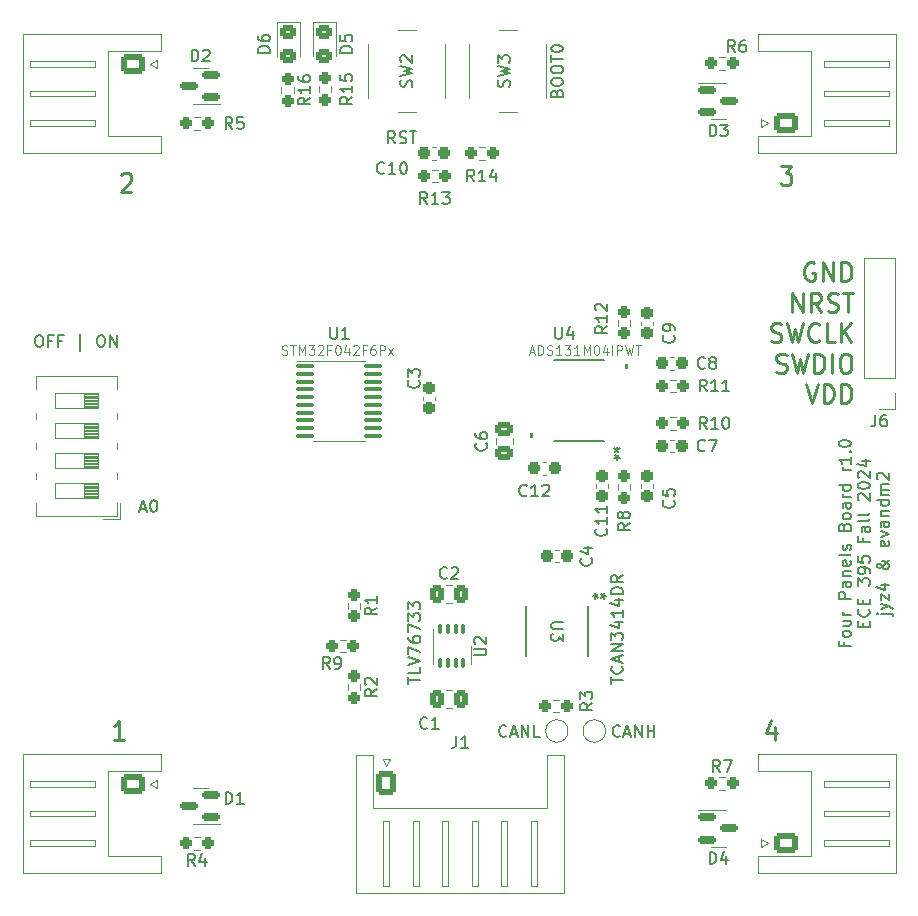
<source format=gto>
G04 #@! TF.GenerationSoftware,KiCad,Pcbnew,7.0.7*
G04 #@! TF.CreationDate,2024-10-01T17:01:24-05:00*
G04 #@! TF.ProjectId,corner-board,636f726e-6572-42d6-926f-6172642e6b69,rev?*
G04 #@! TF.SameCoordinates,Original*
G04 #@! TF.FileFunction,Legend,Top*
G04 #@! TF.FilePolarity,Positive*
%FSLAX46Y46*%
G04 Gerber Fmt 4.6, Leading zero omitted, Abs format (unit mm)*
G04 Created by KiCad (PCBNEW 7.0.7) date 2024-10-01 17:01:24*
%MOMM*%
%LPD*%
G01*
G04 APERTURE LIST*
G04 Aperture macros list*
%AMRoundRect*
0 Rectangle with rounded corners*
0 $1 Rounding radius*
0 $2 $3 $4 $5 $6 $7 $8 $9 X,Y pos of 4 corners*
0 Add a 4 corners polygon primitive as box body*
4,1,4,$2,$3,$4,$5,$6,$7,$8,$9,$2,$3,0*
0 Add four circle primitives for the rounded corners*
1,1,$1+$1,$2,$3*
1,1,$1+$1,$4,$5*
1,1,$1+$1,$6,$7*
1,1,$1+$1,$8,$9*
0 Add four rect primitives between the rounded corners*
20,1,$1+$1,$2,$3,$4,$5,0*
20,1,$1+$1,$4,$5,$6,$7,0*
20,1,$1+$1,$6,$7,$8,$9,0*
20,1,$1+$1,$8,$9,$2,$3,0*%
G04 Aperture macros list end*
%ADD10C,0.150000*%
%ADD11C,0.200000*%
%ADD12C,0.120000*%
%ADD13C,0.250000*%
%ADD14C,0.152400*%
%ADD15C,1.500000*%
%ADD16RoundRect,0.237500X-0.237500X0.250000X-0.237500X-0.250000X0.237500X-0.250000X0.237500X0.250000X0*%
%ADD17RoundRect,0.237500X0.250000X0.237500X-0.250000X0.237500X-0.250000X-0.237500X0.250000X-0.237500X0*%
%ADD18RoundRect,0.150000X-0.587500X-0.150000X0.587500X-0.150000X0.587500X0.150000X-0.587500X0.150000X0*%
%ADD19RoundRect,0.250000X-0.450000X0.325000X-0.450000X-0.325000X0.450000X-0.325000X0.450000X0.325000X0*%
%ADD20RoundRect,0.250000X-0.600000X-0.725000X0.600000X-0.725000X0.600000X0.725000X-0.600000X0.725000X0*%
%ADD21O,1.700000X1.950000*%
%ADD22C,2.000000*%
%ADD23C,5.500000*%
%ADD24RoundRect,0.237500X-0.250000X-0.237500X0.250000X-0.237500X0.250000X0.237500X-0.250000X0.237500X0*%
%ADD25R,1.600000X1.600000*%
%ADD26O,1.600000X1.600000*%
%ADD27RoundRect,0.237500X-0.237500X0.300000X-0.237500X-0.300000X0.237500X-0.300000X0.237500X0.300000X0*%
%ADD28R,1.473200X0.355600*%
%ADD29R,0.558800X1.460500*%
%ADD30R,1.700000X1.700000*%
%ADD31O,1.700000X1.700000*%
%ADD32RoundRect,0.100000X-0.637500X-0.100000X0.637500X-0.100000X0.637500X0.100000X-0.637500X0.100000X0*%
%ADD33RoundRect,0.250000X0.337500X0.475000X-0.337500X0.475000X-0.337500X-0.475000X0.337500X-0.475000X0*%
%ADD34O,1.950000X1.700000*%
%ADD35RoundRect,0.250000X0.725000X-0.600000X0.725000X0.600000X-0.725000X0.600000X-0.725000X-0.600000X0*%
%ADD36RoundRect,0.150000X0.587500X0.150000X-0.587500X0.150000X-0.587500X-0.150000X0.587500X-0.150000X0*%
%ADD37RoundRect,0.237500X-0.300000X-0.237500X0.300000X-0.237500X0.300000X0.237500X-0.300000X0.237500X0*%
%ADD38RoundRect,0.237500X0.300000X0.237500X-0.300000X0.237500X-0.300000X-0.237500X0.300000X-0.237500X0*%
%ADD39RoundRect,0.250000X-0.725000X0.600000X-0.725000X-0.600000X0.725000X-0.600000X0.725000X0.600000X0*%
%ADD40RoundRect,0.250000X-0.475000X0.337500X-0.475000X-0.337500X0.475000X-0.337500X0.475000X0.337500X0*%
%ADD41RoundRect,0.237500X0.237500X-0.300000X0.237500X0.300000X-0.237500X0.300000X-0.237500X-0.300000X0*%
%ADD42R,2.400000X1.650000*%
%ADD43RoundRect,0.087500X-0.087500X0.337500X-0.087500X-0.337500X0.087500X-0.337500X0.087500X0.337500X0*%
%ADD44RoundRect,0.237500X0.237500X-0.250000X0.237500X0.250000X-0.237500X0.250000X-0.237500X-0.250000X0*%
G04 APERTURE END LIST*
D10*
X71736009Y-22824887D02*
X71783628Y-22682030D01*
X71783628Y-22682030D02*
X71831247Y-22634411D01*
X71831247Y-22634411D02*
X71926485Y-22586792D01*
X71926485Y-22586792D02*
X72069342Y-22586792D01*
X72069342Y-22586792D02*
X72164580Y-22634411D01*
X72164580Y-22634411D02*
X72212200Y-22682030D01*
X72212200Y-22682030D02*
X72259819Y-22777268D01*
X72259819Y-22777268D02*
X72259819Y-23158220D01*
X72259819Y-23158220D02*
X71259819Y-23158220D01*
X71259819Y-23158220D02*
X71259819Y-22824887D01*
X71259819Y-22824887D02*
X71307438Y-22729649D01*
X71307438Y-22729649D02*
X71355057Y-22682030D01*
X71355057Y-22682030D02*
X71450295Y-22634411D01*
X71450295Y-22634411D02*
X71545533Y-22634411D01*
X71545533Y-22634411D02*
X71640771Y-22682030D01*
X71640771Y-22682030D02*
X71688390Y-22729649D01*
X71688390Y-22729649D02*
X71736009Y-22824887D01*
X71736009Y-22824887D02*
X71736009Y-23158220D01*
X71259819Y-21967744D02*
X71259819Y-21777268D01*
X71259819Y-21777268D02*
X71307438Y-21682030D01*
X71307438Y-21682030D02*
X71402676Y-21586792D01*
X71402676Y-21586792D02*
X71593152Y-21539173D01*
X71593152Y-21539173D02*
X71926485Y-21539173D01*
X71926485Y-21539173D02*
X72116961Y-21586792D01*
X72116961Y-21586792D02*
X72212200Y-21682030D01*
X72212200Y-21682030D02*
X72259819Y-21777268D01*
X72259819Y-21777268D02*
X72259819Y-21967744D01*
X72259819Y-21967744D02*
X72212200Y-22062982D01*
X72212200Y-22062982D02*
X72116961Y-22158220D01*
X72116961Y-22158220D02*
X71926485Y-22205839D01*
X71926485Y-22205839D02*
X71593152Y-22205839D01*
X71593152Y-22205839D02*
X71402676Y-22158220D01*
X71402676Y-22158220D02*
X71307438Y-22062982D01*
X71307438Y-22062982D02*
X71259819Y-21967744D01*
X71259819Y-20920125D02*
X71259819Y-20729649D01*
X71259819Y-20729649D02*
X71307438Y-20634411D01*
X71307438Y-20634411D02*
X71402676Y-20539173D01*
X71402676Y-20539173D02*
X71593152Y-20491554D01*
X71593152Y-20491554D02*
X71926485Y-20491554D01*
X71926485Y-20491554D02*
X72116961Y-20539173D01*
X72116961Y-20539173D02*
X72212200Y-20634411D01*
X72212200Y-20634411D02*
X72259819Y-20729649D01*
X72259819Y-20729649D02*
X72259819Y-20920125D01*
X72259819Y-20920125D02*
X72212200Y-21015363D01*
X72212200Y-21015363D02*
X72116961Y-21110601D01*
X72116961Y-21110601D02*
X71926485Y-21158220D01*
X71926485Y-21158220D02*
X71593152Y-21158220D01*
X71593152Y-21158220D02*
X71402676Y-21110601D01*
X71402676Y-21110601D02*
X71307438Y-21015363D01*
X71307438Y-21015363D02*
X71259819Y-20920125D01*
X71259819Y-20205839D02*
X71259819Y-19634411D01*
X72259819Y-19920125D02*
X71259819Y-19920125D01*
X71259819Y-19110601D02*
X71259819Y-19015363D01*
X71259819Y-19015363D02*
X71307438Y-18920125D01*
X71307438Y-18920125D02*
X71355057Y-18872506D01*
X71355057Y-18872506D02*
X71450295Y-18824887D01*
X71450295Y-18824887D02*
X71640771Y-18777268D01*
X71640771Y-18777268D02*
X71878866Y-18777268D01*
X71878866Y-18777268D02*
X72069342Y-18824887D01*
X72069342Y-18824887D02*
X72164580Y-18872506D01*
X72164580Y-18872506D02*
X72212200Y-18920125D01*
X72212200Y-18920125D02*
X72259819Y-19015363D01*
X72259819Y-19015363D02*
X72259819Y-19110601D01*
X72259819Y-19110601D02*
X72212200Y-19205839D01*
X72212200Y-19205839D02*
X72164580Y-19253458D01*
X72164580Y-19253458D02*
X72069342Y-19301077D01*
X72069342Y-19301077D02*
X71878866Y-19348696D01*
X71878866Y-19348696D02*
X71640771Y-19348696D01*
X71640771Y-19348696D02*
X71450295Y-19301077D01*
X71450295Y-19301077D02*
X71355057Y-19253458D01*
X71355057Y-19253458D02*
X71307438Y-19205839D01*
X71307438Y-19205839D02*
X71259819Y-19110601D01*
X58058207Y-27074819D02*
X57724874Y-26598628D01*
X57486779Y-27074819D02*
X57486779Y-26074819D01*
X57486779Y-26074819D02*
X57867731Y-26074819D01*
X57867731Y-26074819D02*
X57962969Y-26122438D01*
X57962969Y-26122438D02*
X58010588Y-26170057D01*
X58010588Y-26170057D02*
X58058207Y-26265295D01*
X58058207Y-26265295D02*
X58058207Y-26408152D01*
X58058207Y-26408152D02*
X58010588Y-26503390D01*
X58010588Y-26503390D02*
X57962969Y-26551009D01*
X57962969Y-26551009D02*
X57867731Y-26598628D01*
X57867731Y-26598628D02*
X57486779Y-26598628D01*
X58439160Y-27027200D02*
X58582017Y-27074819D01*
X58582017Y-27074819D02*
X58820112Y-27074819D01*
X58820112Y-27074819D02*
X58915350Y-27027200D01*
X58915350Y-27027200D02*
X58962969Y-26979580D01*
X58962969Y-26979580D02*
X59010588Y-26884342D01*
X59010588Y-26884342D02*
X59010588Y-26789104D01*
X59010588Y-26789104D02*
X58962969Y-26693866D01*
X58962969Y-26693866D02*
X58915350Y-26646247D01*
X58915350Y-26646247D02*
X58820112Y-26598628D01*
X58820112Y-26598628D02*
X58629636Y-26551009D01*
X58629636Y-26551009D02*
X58534398Y-26503390D01*
X58534398Y-26503390D02*
X58486779Y-26455771D01*
X58486779Y-26455771D02*
X58439160Y-26360533D01*
X58439160Y-26360533D02*
X58439160Y-26265295D01*
X58439160Y-26265295D02*
X58486779Y-26170057D01*
X58486779Y-26170057D02*
X58534398Y-26122438D01*
X58534398Y-26122438D02*
X58629636Y-26074819D01*
X58629636Y-26074819D02*
X58867731Y-26074819D01*
X58867731Y-26074819D02*
X59010588Y-26122438D01*
X59296303Y-26074819D02*
X59867731Y-26074819D01*
X59582017Y-27074819D02*
X59582017Y-26074819D01*
D11*
X96108409Y-69340953D02*
X96108409Y-69674286D01*
X96632219Y-69674286D02*
X95632219Y-69674286D01*
X95632219Y-69674286D02*
X95632219Y-69198096D01*
X96632219Y-68674286D02*
X96584600Y-68769524D01*
X96584600Y-68769524D02*
X96536980Y-68817143D01*
X96536980Y-68817143D02*
X96441742Y-68864762D01*
X96441742Y-68864762D02*
X96156028Y-68864762D01*
X96156028Y-68864762D02*
X96060790Y-68817143D01*
X96060790Y-68817143D02*
X96013171Y-68769524D01*
X96013171Y-68769524D02*
X95965552Y-68674286D01*
X95965552Y-68674286D02*
X95965552Y-68531429D01*
X95965552Y-68531429D02*
X96013171Y-68436191D01*
X96013171Y-68436191D02*
X96060790Y-68388572D01*
X96060790Y-68388572D02*
X96156028Y-68340953D01*
X96156028Y-68340953D02*
X96441742Y-68340953D01*
X96441742Y-68340953D02*
X96536980Y-68388572D01*
X96536980Y-68388572D02*
X96584600Y-68436191D01*
X96584600Y-68436191D02*
X96632219Y-68531429D01*
X96632219Y-68531429D02*
X96632219Y-68674286D01*
X95965552Y-67483810D02*
X96632219Y-67483810D01*
X95965552Y-67912381D02*
X96489361Y-67912381D01*
X96489361Y-67912381D02*
X96584600Y-67864762D01*
X96584600Y-67864762D02*
X96632219Y-67769524D01*
X96632219Y-67769524D02*
X96632219Y-67626667D01*
X96632219Y-67626667D02*
X96584600Y-67531429D01*
X96584600Y-67531429D02*
X96536980Y-67483810D01*
X96632219Y-67007619D02*
X95965552Y-67007619D01*
X96156028Y-67007619D02*
X96060790Y-66960000D01*
X96060790Y-66960000D02*
X96013171Y-66912381D01*
X96013171Y-66912381D02*
X95965552Y-66817143D01*
X95965552Y-66817143D02*
X95965552Y-66721905D01*
X96632219Y-65626666D02*
X95632219Y-65626666D01*
X95632219Y-65626666D02*
X95632219Y-65245714D01*
X95632219Y-65245714D02*
X95679838Y-65150476D01*
X95679838Y-65150476D02*
X95727457Y-65102857D01*
X95727457Y-65102857D02*
X95822695Y-65055238D01*
X95822695Y-65055238D02*
X95965552Y-65055238D01*
X95965552Y-65055238D02*
X96060790Y-65102857D01*
X96060790Y-65102857D02*
X96108409Y-65150476D01*
X96108409Y-65150476D02*
X96156028Y-65245714D01*
X96156028Y-65245714D02*
X96156028Y-65626666D01*
X96632219Y-64198095D02*
X96108409Y-64198095D01*
X96108409Y-64198095D02*
X96013171Y-64245714D01*
X96013171Y-64245714D02*
X95965552Y-64340952D01*
X95965552Y-64340952D02*
X95965552Y-64531428D01*
X95965552Y-64531428D02*
X96013171Y-64626666D01*
X96584600Y-64198095D02*
X96632219Y-64293333D01*
X96632219Y-64293333D02*
X96632219Y-64531428D01*
X96632219Y-64531428D02*
X96584600Y-64626666D01*
X96584600Y-64626666D02*
X96489361Y-64674285D01*
X96489361Y-64674285D02*
X96394123Y-64674285D01*
X96394123Y-64674285D02*
X96298885Y-64626666D01*
X96298885Y-64626666D02*
X96251266Y-64531428D01*
X96251266Y-64531428D02*
X96251266Y-64293333D01*
X96251266Y-64293333D02*
X96203647Y-64198095D01*
X95965552Y-63721904D02*
X96632219Y-63721904D01*
X96060790Y-63721904D02*
X96013171Y-63674285D01*
X96013171Y-63674285D02*
X95965552Y-63579047D01*
X95965552Y-63579047D02*
X95965552Y-63436190D01*
X95965552Y-63436190D02*
X96013171Y-63340952D01*
X96013171Y-63340952D02*
X96108409Y-63293333D01*
X96108409Y-63293333D02*
X96632219Y-63293333D01*
X96584600Y-62436190D02*
X96632219Y-62531428D01*
X96632219Y-62531428D02*
X96632219Y-62721904D01*
X96632219Y-62721904D02*
X96584600Y-62817142D01*
X96584600Y-62817142D02*
X96489361Y-62864761D01*
X96489361Y-62864761D02*
X96108409Y-62864761D01*
X96108409Y-62864761D02*
X96013171Y-62817142D01*
X96013171Y-62817142D02*
X95965552Y-62721904D01*
X95965552Y-62721904D02*
X95965552Y-62531428D01*
X95965552Y-62531428D02*
X96013171Y-62436190D01*
X96013171Y-62436190D02*
X96108409Y-62388571D01*
X96108409Y-62388571D02*
X96203647Y-62388571D01*
X96203647Y-62388571D02*
X96298885Y-62864761D01*
X96632219Y-61817142D02*
X96584600Y-61912380D01*
X96584600Y-61912380D02*
X96489361Y-61959999D01*
X96489361Y-61959999D02*
X95632219Y-61959999D01*
X96584600Y-61483808D02*
X96632219Y-61388570D01*
X96632219Y-61388570D02*
X96632219Y-61198094D01*
X96632219Y-61198094D02*
X96584600Y-61102856D01*
X96584600Y-61102856D02*
X96489361Y-61055237D01*
X96489361Y-61055237D02*
X96441742Y-61055237D01*
X96441742Y-61055237D02*
X96346504Y-61102856D01*
X96346504Y-61102856D02*
X96298885Y-61198094D01*
X96298885Y-61198094D02*
X96298885Y-61340951D01*
X96298885Y-61340951D02*
X96251266Y-61436189D01*
X96251266Y-61436189D02*
X96156028Y-61483808D01*
X96156028Y-61483808D02*
X96108409Y-61483808D01*
X96108409Y-61483808D02*
X96013171Y-61436189D01*
X96013171Y-61436189D02*
X95965552Y-61340951D01*
X95965552Y-61340951D02*
X95965552Y-61198094D01*
X95965552Y-61198094D02*
X96013171Y-61102856D01*
X96108409Y-59531427D02*
X96156028Y-59388570D01*
X96156028Y-59388570D02*
X96203647Y-59340951D01*
X96203647Y-59340951D02*
X96298885Y-59293332D01*
X96298885Y-59293332D02*
X96441742Y-59293332D01*
X96441742Y-59293332D02*
X96536980Y-59340951D01*
X96536980Y-59340951D02*
X96584600Y-59388570D01*
X96584600Y-59388570D02*
X96632219Y-59483808D01*
X96632219Y-59483808D02*
X96632219Y-59864760D01*
X96632219Y-59864760D02*
X95632219Y-59864760D01*
X95632219Y-59864760D02*
X95632219Y-59531427D01*
X95632219Y-59531427D02*
X95679838Y-59436189D01*
X95679838Y-59436189D02*
X95727457Y-59388570D01*
X95727457Y-59388570D02*
X95822695Y-59340951D01*
X95822695Y-59340951D02*
X95917933Y-59340951D01*
X95917933Y-59340951D02*
X96013171Y-59388570D01*
X96013171Y-59388570D02*
X96060790Y-59436189D01*
X96060790Y-59436189D02*
X96108409Y-59531427D01*
X96108409Y-59531427D02*
X96108409Y-59864760D01*
X96632219Y-58721903D02*
X96584600Y-58817141D01*
X96584600Y-58817141D02*
X96536980Y-58864760D01*
X96536980Y-58864760D02*
X96441742Y-58912379D01*
X96441742Y-58912379D02*
X96156028Y-58912379D01*
X96156028Y-58912379D02*
X96060790Y-58864760D01*
X96060790Y-58864760D02*
X96013171Y-58817141D01*
X96013171Y-58817141D02*
X95965552Y-58721903D01*
X95965552Y-58721903D02*
X95965552Y-58579046D01*
X95965552Y-58579046D02*
X96013171Y-58483808D01*
X96013171Y-58483808D02*
X96060790Y-58436189D01*
X96060790Y-58436189D02*
X96156028Y-58388570D01*
X96156028Y-58388570D02*
X96441742Y-58388570D01*
X96441742Y-58388570D02*
X96536980Y-58436189D01*
X96536980Y-58436189D02*
X96584600Y-58483808D01*
X96584600Y-58483808D02*
X96632219Y-58579046D01*
X96632219Y-58579046D02*
X96632219Y-58721903D01*
X96632219Y-57531427D02*
X96108409Y-57531427D01*
X96108409Y-57531427D02*
X96013171Y-57579046D01*
X96013171Y-57579046D02*
X95965552Y-57674284D01*
X95965552Y-57674284D02*
X95965552Y-57864760D01*
X95965552Y-57864760D02*
X96013171Y-57959998D01*
X96584600Y-57531427D02*
X96632219Y-57626665D01*
X96632219Y-57626665D02*
X96632219Y-57864760D01*
X96632219Y-57864760D02*
X96584600Y-57959998D01*
X96584600Y-57959998D02*
X96489361Y-58007617D01*
X96489361Y-58007617D02*
X96394123Y-58007617D01*
X96394123Y-58007617D02*
X96298885Y-57959998D01*
X96298885Y-57959998D02*
X96251266Y-57864760D01*
X96251266Y-57864760D02*
X96251266Y-57626665D01*
X96251266Y-57626665D02*
X96203647Y-57531427D01*
X96632219Y-57055236D02*
X95965552Y-57055236D01*
X96156028Y-57055236D02*
X96060790Y-57007617D01*
X96060790Y-57007617D02*
X96013171Y-56959998D01*
X96013171Y-56959998D02*
X95965552Y-56864760D01*
X95965552Y-56864760D02*
X95965552Y-56769522D01*
X96632219Y-56007617D02*
X95632219Y-56007617D01*
X96584600Y-56007617D02*
X96632219Y-56102855D01*
X96632219Y-56102855D02*
X96632219Y-56293331D01*
X96632219Y-56293331D02*
X96584600Y-56388569D01*
X96584600Y-56388569D02*
X96536980Y-56436188D01*
X96536980Y-56436188D02*
X96441742Y-56483807D01*
X96441742Y-56483807D02*
X96156028Y-56483807D01*
X96156028Y-56483807D02*
X96060790Y-56436188D01*
X96060790Y-56436188D02*
X96013171Y-56388569D01*
X96013171Y-56388569D02*
X95965552Y-56293331D01*
X95965552Y-56293331D02*
X95965552Y-56102855D01*
X95965552Y-56102855D02*
X96013171Y-56007617D01*
X96632219Y-54769521D02*
X95965552Y-54769521D01*
X96156028Y-54769521D02*
X96060790Y-54721902D01*
X96060790Y-54721902D02*
X96013171Y-54674283D01*
X96013171Y-54674283D02*
X95965552Y-54579045D01*
X95965552Y-54579045D02*
X95965552Y-54483807D01*
X96632219Y-53626664D02*
X96632219Y-54198092D01*
X96632219Y-53912378D02*
X95632219Y-53912378D01*
X95632219Y-53912378D02*
X95775076Y-54007616D01*
X95775076Y-54007616D02*
X95870314Y-54102854D01*
X95870314Y-54102854D02*
X95917933Y-54198092D01*
X96536980Y-53198092D02*
X96584600Y-53150473D01*
X96584600Y-53150473D02*
X96632219Y-53198092D01*
X96632219Y-53198092D02*
X96584600Y-53245711D01*
X96584600Y-53245711D02*
X96536980Y-53198092D01*
X96536980Y-53198092D02*
X96632219Y-53198092D01*
X95632219Y-52531426D02*
X95632219Y-52436188D01*
X95632219Y-52436188D02*
X95679838Y-52340950D01*
X95679838Y-52340950D02*
X95727457Y-52293331D01*
X95727457Y-52293331D02*
X95822695Y-52245712D01*
X95822695Y-52245712D02*
X96013171Y-52198093D01*
X96013171Y-52198093D02*
X96251266Y-52198093D01*
X96251266Y-52198093D02*
X96441742Y-52245712D01*
X96441742Y-52245712D02*
X96536980Y-52293331D01*
X96536980Y-52293331D02*
X96584600Y-52340950D01*
X96584600Y-52340950D02*
X96632219Y-52436188D01*
X96632219Y-52436188D02*
X96632219Y-52531426D01*
X96632219Y-52531426D02*
X96584600Y-52626664D01*
X96584600Y-52626664D02*
X96536980Y-52674283D01*
X96536980Y-52674283D02*
X96441742Y-52721902D01*
X96441742Y-52721902D02*
X96251266Y-52769521D01*
X96251266Y-52769521D02*
X96013171Y-52769521D01*
X96013171Y-52769521D02*
X95822695Y-52721902D01*
X95822695Y-52721902D02*
X95727457Y-52674283D01*
X95727457Y-52674283D02*
X95679838Y-52626664D01*
X95679838Y-52626664D02*
X95632219Y-52531426D01*
X97718409Y-68007619D02*
X97718409Y-67674286D01*
X98242219Y-67531429D02*
X98242219Y-68007619D01*
X98242219Y-68007619D02*
X97242219Y-68007619D01*
X97242219Y-68007619D02*
X97242219Y-67531429D01*
X98146980Y-66531429D02*
X98194600Y-66579048D01*
X98194600Y-66579048D02*
X98242219Y-66721905D01*
X98242219Y-66721905D02*
X98242219Y-66817143D01*
X98242219Y-66817143D02*
X98194600Y-66960000D01*
X98194600Y-66960000D02*
X98099361Y-67055238D01*
X98099361Y-67055238D02*
X98004123Y-67102857D01*
X98004123Y-67102857D02*
X97813647Y-67150476D01*
X97813647Y-67150476D02*
X97670790Y-67150476D01*
X97670790Y-67150476D02*
X97480314Y-67102857D01*
X97480314Y-67102857D02*
X97385076Y-67055238D01*
X97385076Y-67055238D02*
X97289838Y-66960000D01*
X97289838Y-66960000D02*
X97242219Y-66817143D01*
X97242219Y-66817143D02*
X97242219Y-66721905D01*
X97242219Y-66721905D02*
X97289838Y-66579048D01*
X97289838Y-66579048D02*
X97337457Y-66531429D01*
X97718409Y-66102857D02*
X97718409Y-65769524D01*
X98242219Y-65626667D02*
X98242219Y-66102857D01*
X98242219Y-66102857D02*
X97242219Y-66102857D01*
X97242219Y-66102857D02*
X97242219Y-65626667D01*
X97242219Y-64531428D02*
X97242219Y-63912381D01*
X97242219Y-63912381D02*
X97623171Y-64245714D01*
X97623171Y-64245714D02*
X97623171Y-64102857D01*
X97623171Y-64102857D02*
X97670790Y-64007619D01*
X97670790Y-64007619D02*
X97718409Y-63960000D01*
X97718409Y-63960000D02*
X97813647Y-63912381D01*
X97813647Y-63912381D02*
X98051742Y-63912381D01*
X98051742Y-63912381D02*
X98146980Y-63960000D01*
X98146980Y-63960000D02*
X98194600Y-64007619D01*
X98194600Y-64007619D02*
X98242219Y-64102857D01*
X98242219Y-64102857D02*
X98242219Y-64388571D01*
X98242219Y-64388571D02*
X98194600Y-64483809D01*
X98194600Y-64483809D02*
X98146980Y-64531428D01*
X98242219Y-63436190D02*
X98242219Y-63245714D01*
X98242219Y-63245714D02*
X98194600Y-63150476D01*
X98194600Y-63150476D02*
X98146980Y-63102857D01*
X98146980Y-63102857D02*
X98004123Y-63007619D01*
X98004123Y-63007619D02*
X97813647Y-62960000D01*
X97813647Y-62960000D02*
X97432695Y-62960000D01*
X97432695Y-62960000D02*
X97337457Y-63007619D01*
X97337457Y-63007619D02*
X97289838Y-63055238D01*
X97289838Y-63055238D02*
X97242219Y-63150476D01*
X97242219Y-63150476D02*
X97242219Y-63340952D01*
X97242219Y-63340952D02*
X97289838Y-63436190D01*
X97289838Y-63436190D02*
X97337457Y-63483809D01*
X97337457Y-63483809D02*
X97432695Y-63531428D01*
X97432695Y-63531428D02*
X97670790Y-63531428D01*
X97670790Y-63531428D02*
X97766028Y-63483809D01*
X97766028Y-63483809D02*
X97813647Y-63436190D01*
X97813647Y-63436190D02*
X97861266Y-63340952D01*
X97861266Y-63340952D02*
X97861266Y-63150476D01*
X97861266Y-63150476D02*
X97813647Y-63055238D01*
X97813647Y-63055238D02*
X97766028Y-63007619D01*
X97766028Y-63007619D02*
X97670790Y-62960000D01*
X97242219Y-62055238D02*
X97242219Y-62531428D01*
X97242219Y-62531428D02*
X97718409Y-62579047D01*
X97718409Y-62579047D02*
X97670790Y-62531428D01*
X97670790Y-62531428D02*
X97623171Y-62436190D01*
X97623171Y-62436190D02*
X97623171Y-62198095D01*
X97623171Y-62198095D02*
X97670790Y-62102857D01*
X97670790Y-62102857D02*
X97718409Y-62055238D01*
X97718409Y-62055238D02*
X97813647Y-62007619D01*
X97813647Y-62007619D02*
X98051742Y-62007619D01*
X98051742Y-62007619D02*
X98146980Y-62055238D01*
X98146980Y-62055238D02*
X98194600Y-62102857D01*
X98194600Y-62102857D02*
X98242219Y-62198095D01*
X98242219Y-62198095D02*
X98242219Y-62436190D01*
X98242219Y-62436190D02*
X98194600Y-62531428D01*
X98194600Y-62531428D02*
X98146980Y-62579047D01*
X97718409Y-60483809D02*
X97718409Y-60817142D01*
X98242219Y-60817142D02*
X97242219Y-60817142D01*
X97242219Y-60817142D02*
X97242219Y-60340952D01*
X98242219Y-59531428D02*
X97718409Y-59531428D01*
X97718409Y-59531428D02*
X97623171Y-59579047D01*
X97623171Y-59579047D02*
X97575552Y-59674285D01*
X97575552Y-59674285D02*
X97575552Y-59864761D01*
X97575552Y-59864761D02*
X97623171Y-59959999D01*
X98194600Y-59531428D02*
X98242219Y-59626666D01*
X98242219Y-59626666D02*
X98242219Y-59864761D01*
X98242219Y-59864761D02*
X98194600Y-59959999D01*
X98194600Y-59959999D02*
X98099361Y-60007618D01*
X98099361Y-60007618D02*
X98004123Y-60007618D01*
X98004123Y-60007618D02*
X97908885Y-59959999D01*
X97908885Y-59959999D02*
X97861266Y-59864761D01*
X97861266Y-59864761D02*
X97861266Y-59626666D01*
X97861266Y-59626666D02*
X97813647Y-59531428D01*
X98242219Y-58912380D02*
X98194600Y-59007618D01*
X98194600Y-59007618D02*
X98099361Y-59055237D01*
X98099361Y-59055237D02*
X97242219Y-59055237D01*
X98242219Y-58388570D02*
X98194600Y-58483808D01*
X98194600Y-58483808D02*
X98099361Y-58531427D01*
X98099361Y-58531427D02*
X97242219Y-58531427D01*
X97337457Y-57293331D02*
X97289838Y-57245712D01*
X97289838Y-57245712D02*
X97242219Y-57150474D01*
X97242219Y-57150474D02*
X97242219Y-56912379D01*
X97242219Y-56912379D02*
X97289838Y-56817141D01*
X97289838Y-56817141D02*
X97337457Y-56769522D01*
X97337457Y-56769522D02*
X97432695Y-56721903D01*
X97432695Y-56721903D02*
X97527933Y-56721903D01*
X97527933Y-56721903D02*
X97670790Y-56769522D01*
X97670790Y-56769522D02*
X98242219Y-57340950D01*
X98242219Y-57340950D02*
X98242219Y-56721903D01*
X97242219Y-56102855D02*
X97242219Y-56007617D01*
X97242219Y-56007617D02*
X97289838Y-55912379D01*
X97289838Y-55912379D02*
X97337457Y-55864760D01*
X97337457Y-55864760D02*
X97432695Y-55817141D01*
X97432695Y-55817141D02*
X97623171Y-55769522D01*
X97623171Y-55769522D02*
X97861266Y-55769522D01*
X97861266Y-55769522D02*
X98051742Y-55817141D01*
X98051742Y-55817141D02*
X98146980Y-55864760D01*
X98146980Y-55864760D02*
X98194600Y-55912379D01*
X98194600Y-55912379D02*
X98242219Y-56007617D01*
X98242219Y-56007617D02*
X98242219Y-56102855D01*
X98242219Y-56102855D02*
X98194600Y-56198093D01*
X98194600Y-56198093D02*
X98146980Y-56245712D01*
X98146980Y-56245712D02*
X98051742Y-56293331D01*
X98051742Y-56293331D02*
X97861266Y-56340950D01*
X97861266Y-56340950D02*
X97623171Y-56340950D01*
X97623171Y-56340950D02*
X97432695Y-56293331D01*
X97432695Y-56293331D02*
X97337457Y-56245712D01*
X97337457Y-56245712D02*
X97289838Y-56198093D01*
X97289838Y-56198093D02*
X97242219Y-56102855D01*
X97337457Y-55388569D02*
X97289838Y-55340950D01*
X97289838Y-55340950D02*
X97242219Y-55245712D01*
X97242219Y-55245712D02*
X97242219Y-55007617D01*
X97242219Y-55007617D02*
X97289838Y-54912379D01*
X97289838Y-54912379D02*
X97337457Y-54864760D01*
X97337457Y-54864760D02*
X97432695Y-54817141D01*
X97432695Y-54817141D02*
X97527933Y-54817141D01*
X97527933Y-54817141D02*
X97670790Y-54864760D01*
X97670790Y-54864760D02*
X98242219Y-55436188D01*
X98242219Y-55436188D02*
X98242219Y-54817141D01*
X97575552Y-53959998D02*
X98242219Y-53959998D01*
X97194600Y-54198093D02*
X97908885Y-54436188D01*
X97908885Y-54436188D02*
X97908885Y-53817141D01*
X99185552Y-66912380D02*
X100042695Y-66912380D01*
X100042695Y-66912380D02*
X100137933Y-66959999D01*
X100137933Y-66959999D02*
X100185552Y-67055237D01*
X100185552Y-67055237D02*
X100185552Y-67102856D01*
X98852219Y-66912380D02*
X98899838Y-66959999D01*
X98899838Y-66959999D02*
X98947457Y-66912380D01*
X98947457Y-66912380D02*
X98899838Y-66864761D01*
X98899838Y-66864761D02*
X98852219Y-66912380D01*
X98852219Y-66912380D02*
X98947457Y-66912380D01*
X99185552Y-66531428D02*
X99852219Y-66293333D01*
X99185552Y-66055238D02*
X99852219Y-66293333D01*
X99852219Y-66293333D02*
X100090314Y-66388571D01*
X100090314Y-66388571D02*
X100137933Y-66436190D01*
X100137933Y-66436190D02*
X100185552Y-66531428D01*
X99185552Y-65769523D02*
X99185552Y-65245714D01*
X99185552Y-65245714D02*
X99852219Y-65769523D01*
X99852219Y-65769523D02*
X99852219Y-65245714D01*
X99185552Y-64436190D02*
X99852219Y-64436190D01*
X98804600Y-64674285D02*
X99518885Y-64912380D01*
X99518885Y-64912380D02*
X99518885Y-64293333D01*
X99852219Y-62340951D02*
X99852219Y-62388571D01*
X99852219Y-62388571D02*
X99804600Y-62483809D01*
X99804600Y-62483809D02*
X99661742Y-62626666D01*
X99661742Y-62626666D02*
X99376028Y-62864761D01*
X99376028Y-62864761D02*
X99233171Y-62959999D01*
X99233171Y-62959999D02*
X99090314Y-63007618D01*
X99090314Y-63007618D02*
X98995076Y-63007618D01*
X98995076Y-63007618D02*
X98899838Y-62959999D01*
X98899838Y-62959999D02*
X98852219Y-62864761D01*
X98852219Y-62864761D02*
X98852219Y-62817142D01*
X98852219Y-62817142D02*
X98899838Y-62721904D01*
X98899838Y-62721904D02*
X98995076Y-62674285D01*
X98995076Y-62674285D02*
X99042695Y-62674285D01*
X99042695Y-62674285D02*
X99137933Y-62721904D01*
X99137933Y-62721904D02*
X99185552Y-62769523D01*
X99185552Y-62769523D02*
X99376028Y-63055237D01*
X99376028Y-63055237D02*
X99423647Y-63102856D01*
X99423647Y-63102856D02*
X99518885Y-63150475D01*
X99518885Y-63150475D02*
X99661742Y-63150475D01*
X99661742Y-63150475D02*
X99756980Y-63102856D01*
X99756980Y-63102856D02*
X99804600Y-63055237D01*
X99804600Y-63055237D02*
X99852219Y-62959999D01*
X99852219Y-62959999D02*
X99852219Y-62817142D01*
X99852219Y-62817142D02*
X99804600Y-62721904D01*
X99804600Y-62721904D02*
X99756980Y-62674285D01*
X99756980Y-62674285D02*
X99566504Y-62531428D01*
X99566504Y-62531428D02*
X99423647Y-62483809D01*
X99423647Y-62483809D02*
X99328409Y-62483809D01*
X99804600Y-60769523D02*
X99852219Y-60864761D01*
X99852219Y-60864761D02*
X99852219Y-61055237D01*
X99852219Y-61055237D02*
X99804600Y-61150475D01*
X99804600Y-61150475D02*
X99709361Y-61198094D01*
X99709361Y-61198094D02*
X99328409Y-61198094D01*
X99328409Y-61198094D02*
X99233171Y-61150475D01*
X99233171Y-61150475D02*
X99185552Y-61055237D01*
X99185552Y-61055237D02*
X99185552Y-60864761D01*
X99185552Y-60864761D02*
X99233171Y-60769523D01*
X99233171Y-60769523D02*
X99328409Y-60721904D01*
X99328409Y-60721904D02*
X99423647Y-60721904D01*
X99423647Y-60721904D02*
X99518885Y-61198094D01*
X99185552Y-60388570D02*
X99852219Y-60150475D01*
X99852219Y-60150475D02*
X99185552Y-59912380D01*
X99852219Y-59102856D02*
X99328409Y-59102856D01*
X99328409Y-59102856D02*
X99233171Y-59150475D01*
X99233171Y-59150475D02*
X99185552Y-59245713D01*
X99185552Y-59245713D02*
X99185552Y-59436189D01*
X99185552Y-59436189D02*
X99233171Y-59531427D01*
X99804600Y-59102856D02*
X99852219Y-59198094D01*
X99852219Y-59198094D02*
X99852219Y-59436189D01*
X99852219Y-59436189D02*
X99804600Y-59531427D01*
X99804600Y-59531427D02*
X99709361Y-59579046D01*
X99709361Y-59579046D02*
X99614123Y-59579046D01*
X99614123Y-59579046D02*
X99518885Y-59531427D01*
X99518885Y-59531427D02*
X99471266Y-59436189D01*
X99471266Y-59436189D02*
X99471266Y-59198094D01*
X99471266Y-59198094D02*
X99423647Y-59102856D01*
X99185552Y-58626665D02*
X99852219Y-58626665D01*
X99280790Y-58626665D02*
X99233171Y-58579046D01*
X99233171Y-58579046D02*
X99185552Y-58483808D01*
X99185552Y-58483808D02*
X99185552Y-58340951D01*
X99185552Y-58340951D02*
X99233171Y-58245713D01*
X99233171Y-58245713D02*
X99328409Y-58198094D01*
X99328409Y-58198094D02*
X99852219Y-58198094D01*
X99852219Y-57293332D02*
X98852219Y-57293332D01*
X99804600Y-57293332D02*
X99852219Y-57388570D01*
X99852219Y-57388570D02*
X99852219Y-57579046D01*
X99852219Y-57579046D02*
X99804600Y-57674284D01*
X99804600Y-57674284D02*
X99756980Y-57721903D01*
X99756980Y-57721903D02*
X99661742Y-57769522D01*
X99661742Y-57769522D02*
X99376028Y-57769522D01*
X99376028Y-57769522D02*
X99280790Y-57721903D01*
X99280790Y-57721903D02*
X99233171Y-57674284D01*
X99233171Y-57674284D02*
X99185552Y-57579046D01*
X99185552Y-57579046D02*
X99185552Y-57388570D01*
X99185552Y-57388570D02*
X99233171Y-57293332D01*
X99852219Y-56817141D02*
X99185552Y-56817141D01*
X99280790Y-56817141D02*
X99233171Y-56769522D01*
X99233171Y-56769522D02*
X99185552Y-56674284D01*
X99185552Y-56674284D02*
X99185552Y-56531427D01*
X99185552Y-56531427D02*
X99233171Y-56436189D01*
X99233171Y-56436189D02*
X99328409Y-56388570D01*
X99328409Y-56388570D02*
X99852219Y-56388570D01*
X99328409Y-56388570D02*
X99233171Y-56340951D01*
X99233171Y-56340951D02*
X99185552Y-56245713D01*
X99185552Y-56245713D02*
X99185552Y-56102856D01*
X99185552Y-56102856D02*
X99233171Y-56007617D01*
X99233171Y-56007617D02*
X99328409Y-55959998D01*
X99328409Y-55959998D02*
X99852219Y-55959998D01*
X98947457Y-55531427D02*
X98899838Y-55483808D01*
X98899838Y-55483808D02*
X98852219Y-55388570D01*
X98852219Y-55388570D02*
X98852219Y-55150475D01*
X98852219Y-55150475D02*
X98899838Y-55055237D01*
X98899838Y-55055237D02*
X98947457Y-55007618D01*
X98947457Y-55007618D02*
X99042695Y-54959999D01*
X99042695Y-54959999D02*
X99137933Y-54959999D01*
X99137933Y-54959999D02*
X99280790Y-55007618D01*
X99280790Y-55007618D02*
X99852219Y-55579046D01*
X99852219Y-55579046D02*
X99852219Y-54959999D01*
D10*
X27832255Y-43319819D02*
X28022731Y-43319819D01*
X28022731Y-43319819D02*
X28117969Y-43367438D01*
X28117969Y-43367438D02*
X28213207Y-43462676D01*
X28213207Y-43462676D02*
X28260826Y-43653152D01*
X28260826Y-43653152D02*
X28260826Y-43986485D01*
X28260826Y-43986485D02*
X28213207Y-44176961D01*
X28213207Y-44176961D02*
X28117969Y-44272200D01*
X28117969Y-44272200D02*
X28022731Y-44319819D01*
X28022731Y-44319819D02*
X27832255Y-44319819D01*
X27832255Y-44319819D02*
X27737017Y-44272200D01*
X27737017Y-44272200D02*
X27641779Y-44176961D01*
X27641779Y-44176961D02*
X27594160Y-43986485D01*
X27594160Y-43986485D02*
X27594160Y-43653152D01*
X27594160Y-43653152D02*
X27641779Y-43462676D01*
X27641779Y-43462676D02*
X27737017Y-43367438D01*
X27737017Y-43367438D02*
X27832255Y-43319819D01*
X29022731Y-43796009D02*
X28689398Y-43796009D01*
X28689398Y-44319819D02*
X28689398Y-43319819D01*
X28689398Y-43319819D02*
X29165588Y-43319819D01*
X29879874Y-43796009D02*
X29546541Y-43796009D01*
X29546541Y-44319819D02*
X29546541Y-43319819D01*
X29546541Y-43319819D02*
X30022731Y-43319819D01*
X31403684Y-44653152D02*
X31403684Y-43224580D01*
X33070351Y-43319819D02*
X33260827Y-43319819D01*
X33260827Y-43319819D02*
X33356065Y-43367438D01*
X33356065Y-43367438D02*
X33451303Y-43462676D01*
X33451303Y-43462676D02*
X33498922Y-43653152D01*
X33498922Y-43653152D02*
X33498922Y-43986485D01*
X33498922Y-43986485D02*
X33451303Y-44176961D01*
X33451303Y-44176961D02*
X33356065Y-44272200D01*
X33356065Y-44272200D02*
X33260827Y-44319819D01*
X33260827Y-44319819D02*
X33070351Y-44319819D01*
X33070351Y-44319819D02*
X32975113Y-44272200D01*
X32975113Y-44272200D02*
X32879875Y-44176961D01*
X32879875Y-44176961D02*
X32832256Y-43986485D01*
X32832256Y-43986485D02*
X32832256Y-43653152D01*
X32832256Y-43653152D02*
X32879875Y-43462676D01*
X32879875Y-43462676D02*
X32975113Y-43367438D01*
X32975113Y-43367438D02*
X33070351Y-43319819D01*
X33927494Y-44319819D02*
X33927494Y-43319819D01*
X33927494Y-43319819D02*
X34498922Y-44319819D01*
X34498922Y-44319819D02*
X34498922Y-43319819D01*
X36484160Y-58004104D02*
X36960350Y-58004104D01*
X36388922Y-58289819D02*
X36722255Y-57289819D01*
X36722255Y-57289819D02*
X37055588Y-58289819D01*
X37579398Y-57289819D02*
X37674636Y-57289819D01*
X37674636Y-57289819D02*
X37769874Y-57337438D01*
X37769874Y-57337438D02*
X37817493Y-57385057D01*
X37817493Y-57385057D02*
X37865112Y-57480295D01*
X37865112Y-57480295D02*
X37912731Y-57670771D01*
X37912731Y-57670771D02*
X37912731Y-57908866D01*
X37912731Y-57908866D02*
X37865112Y-58099342D01*
X37865112Y-58099342D02*
X37817493Y-58194580D01*
X37817493Y-58194580D02*
X37769874Y-58242200D01*
X37769874Y-58242200D02*
X37674636Y-58289819D01*
X37674636Y-58289819D02*
X37579398Y-58289819D01*
X37579398Y-58289819D02*
X37484160Y-58242200D01*
X37484160Y-58242200D02*
X37436541Y-58194580D01*
X37436541Y-58194580D02*
X37388922Y-58099342D01*
X37388922Y-58099342D02*
X37341303Y-57908866D01*
X37341303Y-57908866D02*
X37341303Y-57670771D01*
X37341303Y-57670771D02*
X37388922Y-57480295D01*
X37388922Y-57480295D02*
X37436541Y-57385057D01*
X37436541Y-57385057D02*
X37484160Y-57337438D01*
X37484160Y-57337438D02*
X37579398Y-57289819D01*
D12*
X48491327Y-44942760D02*
X48605613Y-44980855D01*
X48605613Y-44980855D02*
X48796089Y-44980855D01*
X48796089Y-44980855D02*
X48872280Y-44942760D01*
X48872280Y-44942760D02*
X48910375Y-44904664D01*
X48910375Y-44904664D02*
X48948470Y-44828474D01*
X48948470Y-44828474D02*
X48948470Y-44752283D01*
X48948470Y-44752283D02*
X48910375Y-44676093D01*
X48910375Y-44676093D02*
X48872280Y-44637998D01*
X48872280Y-44637998D02*
X48796089Y-44599902D01*
X48796089Y-44599902D02*
X48643708Y-44561807D01*
X48643708Y-44561807D02*
X48567518Y-44523712D01*
X48567518Y-44523712D02*
X48529423Y-44485617D01*
X48529423Y-44485617D02*
X48491327Y-44409426D01*
X48491327Y-44409426D02*
X48491327Y-44333236D01*
X48491327Y-44333236D02*
X48529423Y-44257045D01*
X48529423Y-44257045D02*
X48567518Y-44218950D01*
X48567518Y-44218950D02*
X48643708Y-44180855D01*
X48643708Y-44180855D02*
X48834185Y-44180855D01*
X48834185Y-44180855D02*
X48948470Y-44218950D01*
X49177042Y-44180855D02*
X49634185Y-44180855D01*
X49405613Y-44980855D02*
X49405613Y-44180855D01*
X49900852Y-44980855D02*
X49900852Y-44180855D01*
X49900852Y-44180855D02*
X50167518Y-44752283D01*
X50167518Y-44752283D02*
X50434185Y-44180855D01*
X50434185Y-44180855D02*
X50434185Y-44980855D01*
X50738947Y-44180855D02*
X51234185Y-44180855D01*
X51234185Y-44180855D02*
X50967519Y-44485617D01*
X50967519Y-44485617D02*
X51081804Y-44485617D01*
X51081804Y-44485617D02*
X51157995Y-44523712D01*
X51157995Y-44523712D02*
X51196090Y-44561807D01*
X51196090Y-44561807D02*
X51234185Y-44637998D01*
X51234185Y-44637998D02*
X51234185Y-44828474D01*
X51234185Y-44828474D02*
X51196090Y-44904664D01*
X51196090Y-44904664D02*
X51157995Y-44942760D01*
X51157995Y-44942760D02*
X51081804Y-44980855D01*
X51081804Y-44980855D02*
X50853233Y-44980855D01*
X50853233Y-44980855D02*
X50777042Y-44942760D01*
X50777042Y-44942760D02*
X50738947Y-44904664D01*
X51538947Y-44257045D02*
X51577043Y-44218950D01*
X51577043Y-44218950D02*
X51653233Y-44180855D01*
X51653233Y-44180855D02*
X51843709Y-44180855D01*
X51843709Y-44180855D02*
X51919900Y-44218950D01*
X51919900Y-44218950D02*
X51957995Y-44257045D01*
X51957995Y-44257045D02*
X51996090Y-44333236D01*
X51996090Y-44333236D02*
X51996090Y-44409426D01*
X51996090Y-44409426D02*
X51957995Y-44523712D01*
X51957995Y-44523712D02*
X51500852Y-44980855D01*
X51500852Y-44980855D02*
X51996090Y-44980855D01*
X52605614Y-44561807D02*
X52338948Y-44561807D01*
X52338948Y-44980855D02*
X52338948Y-44180855D01*
X52338948Y-44180855D02*
X52719900Y-44180855D01*
X53177043Y-44180855D02*
X53253233Y-44180855D01*
X53253233Y-44180855D02*
X53329424Y-44218950D01*
X53329424Y-44218950D02*
X53367519Y-44257045D01*
X53367519Y-44257045D02*
X53405614Y-44333236D01*
X53405614Y-44333236D02*
X53443709Y-44485617D01*
X53443709Y-44485617D02*
X53443709Y-44676093D01*
X53443709Y-44676093D02*
X53405614Y-44828474D01*
X53405614Y-44828474D02*
X53367519Y-44904664D01*
X53367519Y-44904664D02*
X53329424Y-44942760D01*
X53329424Y-44942760D02*
X53253233Y-44980855D01*
X53253233Y-44980855D02*
X53177043Y-44980855D01*
X53177043Y-44980855D02*
X53100852Y-44942760D01*
X53100852Y-44942760D02*
X53062757Y-44904664D01*
X53062757Y-44904664D02*
X53024662Y-44828474D01*
X53024662Y-44828474D02*
X52986566Y-44676093D01*
X52986566Y-44676093D02*
X52986566Y-44485617D01*
X52986566Y-44485617D02*
X53024662Y-44333236D01*
X53024662Y-44333236D02*
X53062757Y-44257045D01*
X53062757Y-44257045D02*
X53100852Y-44218950D01*
X53100852Y-44218950D02*
X53177043Y-44180855D01*
X54129424Y-44447521D02*
X54129424Y-44980855D01*
X53938948Y-44142760D02*
X53748471Y-44714188D01*
X53748471Y-44714188D02*
X54243710Y-44714188D01*
X54510376Y-44257045D02*
X54548472Y-44218950D01*
X54548472Y-44218950D02*
X54624662Y-44180855D01*
X54624662Y-44180855D02*
X54815138Y-44180855D01*
X54815138Y-44180855D02*
X54891329Y-44218950D01*
X54891329Y-44218950D02*
X54929424Y-44257045D01*
X54929424Y-44257045D02*
X54967519Y-44333236D01*
X54967519Y-44333236D02*
X54967519Y-44409426D01*
X54967519Y-44409426D02*
X54929424Y-44523712D01*
X54929424Y-44523712D02*
X54472281Y-44980855D01*
X54472281Y-44980855D02*
X54967519Y-44980855D01*
X55577043Y-44561807D02*
X55310377Y-44561807D01*
X55310377Y-44980855D02*
X55310377Y-44180855D01*
X55310377Y-44180855D02*
X55691329Y-44180855D01*
X56338948Y-44180855D02*
X56186567Y-44180855D01*
X56186567Y-44180855D02*
X56110376Y-44218950D01*
X56110376Y-44218950D02*
X56072281Y-44257045D01*
X56072281Y-44257045D02*
X55996091Y-44371331D01*
X55996091Y-44371331D02*
X55957995Y-44523712D01*
X55957995Y-44523712D02*
X55957995Y-44828474D01*
X55957995Y-44828474D02*
X55996091Y-44904664D01*
X55996091Y-44904664D02*
X56034186Y-44942760D01*
X56034186Y-44942760D02*
X56110376Y-44980855D01*
X56110376Y-44980855D02*
X56262757Y-44980855D01*
X56262757Y-44980855D02*
X56338948Y-44942760D01*
X56338948Y-44942760D02*
X56377043Y-44904664D01*
X56377043Y-44904664D02*
X56415138Y-44828474D01*
X56415138Y-44828474D02*
X56415138Y-44637998D01*
X56415138Y-44637998D02*
X56377043Y-44561807D01*
X56377043Y-44561807D02*
X56338948Y-44523712D01*
X56338948Y-44523712D02*
X56262757Y-44485617D01*
X56262757Y-44485617D02*
X56110376Y-44485617D01*
X56110376Y-44485617D02*
X56034186Y-44523712D01*
X56034186Y-44523712D02*
X55996091Y-44561807D01*
X55996091Y-44561807D02*
X55957995Y-44637998D01*
X56757996Y-44980855D02*
X56757996Y-44180855D01*
X56757996Y-44180855D02*
X57062758Y-44180855D01*
X57062758Y-44180855D02*
X57138948Y-44218950D01*
X57138948Y-44218950D02*
X57177043Y-44257045D01*
X57177043Y-44257045D02*
X57215139Y-44333236D01*
X57215139Y-44333236D02*
X57215139Y-44447521D01*
X57215139Y-44447521D02*
X57177043Y-44523712D01*
X57177043Y-44523712D02*
X57138948Y-44561807D01*
X57138948Y-44561807D02*
X57062758Y-44599902D01*
X57062758Y-44599902D02*
X56757996Y-44599902D01*
X57481805Y-44980855D02*
X57900853Y-44447521D01*
X57481805Y-44447521D02*
X57900853Y-44980855D01*
X69446327Y-44752283D02*
X69827280Y-44752283D01*
X69370137Y-44980855D02*
X69636804Y-44180855D01*
X69636804Y-44180855D02*
X69903470Y-44980855D01*
X70170137Y-44980855D02*
X70170137Y-44180855D01*
X70170137Y-44180855D02*
X70360613Y-44180855D01*
X70360613Y-44180855D02*
X70474899Y-44218950D01*
X70474899Y-44218950D02*
X70551089Y-44295140D01*
X70551089Y-44295140D02*
X70589184Y-44371331D01*
X70589184Y-44371331D02*
X70627280Y-44523712D01*
X70627280Y-44523712D02*
X70627280Y-44637998D01*
X70627280Y-44637998D02*
X70589184Y-44790379D01*
X70589184Y-44790379D02*
X70551089Y-44866569D01*
X70551089Y-44866569D02*
X70474899Y-44942760D01*
X70474899Y-44942760D02*
X70360613Y-44980855D01*
X70360613Y-44980855D02*
X70170137Y-44980855D01*
X70932041Y-44942760D02*
X71046327Y-44980855D01*
X71046327Y-44980855D02*
X71236803Y-44980855D01*
X71236803Y-44980855D02*
X71312994Y-44942760D01*
X71312994Y-44942760D02*
X71351089Y-44904664D01*
X71351089Y-44904664D02*
X71389184Y-44828474D01*
X71389184Y-44828474D02*
X71389184Y-44752283D01*
X71389184Y-44752283D02*
X71351089Y-44676093D01*
X71351089Y-44676093D02*
X71312994Y-44637998D01*
X71312994Y-44637998D02*
X71236803Y-44599902D01*
X71236803Y-44599902D02*
X71084422Y-44561807D01*
X71084422Y-44561807D02*
X71008232Y-44523712D01*
X71008232Y-44523712D02*
X70970137Y-44485617D01*
X70970137Y-44485617D02*
X70932041Y-44409426D01*
X70932041Y-44409426D02*
X70932041Y-44333236D01*
X70932041Y-44333236D02*
X70970137Y-44257045D01*
X70970137Y-44257045D02*
X71008232Y-44218950D01*
X71008232Y-44218950D02*
X71084422Y-44180855D01*
X71084422Y-44180855D02*
X71274899Y-44180855D01*
X71274899Y-44180855D02*
X71389184Y-44218950D01*
X72151089Y-44980855D02*
X71693946Y-44980855D01*
X71922518Y-44980855D02*
X71922518Y-44180855D01*
X71922518Y-44180855D02*
X71846327Y-44295140D01*
X71846327Y-44295140D02*
X71770137Y-44371331D01*
X71770137Y-44371331D02*
X71693946Y-44409426D01*
X72417756Y-44180855D02*
X72912994Y-44180855D01*
X72912994Y-44180855D02*
X72646328Y-44485617D01*
X72646328Y-44485617D02*
X72760613Y-44485617D01*
X72760613Y-44485617D02*
X72836804Y-44523712D01*
X72836804Y-44523712D02*
X72874899Y-44561807D01*
X72874899Y-44561807D02*
X72912994Y-44637998D01*
X72912994Y-44637998D02*
X72912994Y-44828474D01*
X72912994Y-44828474D02*
X72874899Y-44904664D01*
X72874899Y-44904664D02*
X72836804Y-44942760D01*
X72836804Y-44942760D02*
X72760613Y-44980855D01*
X72760613Y-44980855D02*
X72532042Y-44980855D01*
X72532042Y-44980855D02*
X72455851Y-44942760D01*
X72455851Y-44942760D02*
X72417756Y-44904664D01*
X73674899Y-44980855D02*
X73217756Y-44980855D01*
X73446328Y-44980855D02*
X73446328Y-44180855D01*
X73446328Y-44180855D02*
X73370137Y-44295140D01*
X73370137Y-44295140D02*
X73293947Y-44371331D01*
X73293947Y-44371331D02*
X73217756Y-44409426D01*
X74017757Y-44980855D02*
X74017757Y-44180855D01*
X74017757Y-44180855D02*
X74284423Y-44752283D01*
X74284423Y-44752283D02*
X74551090Y-44180855D01*
X74551090Y-44180855D02*
X74551090Y-44980855D01*
X75084424Y-44180855D02*
X75160614Y-44180855D01*
X75160614Y-44180855D02*
X75236805Y-44218950D01*
X75236805Y-44218950D02*
X75274900Y-44257045D01*
X75274900Y-44257045D02*
X75312995Y-44333236D01*
X75312995Y-44333236D02*
X75351090Y-44485617D01*
X75351090Y-44485617D02*
X75351090Y-44676093D01*
X75351090Y-44676093D02*
X75312995Y-44828474D01*
X75312995Y-44828474D02*
X75274900Y-44904664D01*
X75274900Y-44904664D02*
X75236805Y-44942760D01*
X75236805Y-44942760D02*
X75160614Y-44980855D01*
X75160614Y-44980855D02*
X75084424Y-44980855D01*
X75084424Y-44980855D02*
X75008233Y-44942760D01*
X75008233Y-44942760D02*
X74970138Y-44904664D01*
X74970138Y-44904664D02*
X74932043Y-44828474D01*
X74932043Y-44828474D02*
X74893947Y-44676093D01*
X74893947Y-44676093D02*
X74893947Y-44485617D01*
X74893947Y-44485617D02*
X74932043Y-44333236D01*
X74932043Y-44333236D02*
X74970138Y-44257045D01*
X74970138Y-44257045D02*
X75008233Y-44218950D01*
X75008233Y-44218950D02*
X75084424Y-44180855D01*
X76036805Y-44447521D02*
X76036805Y-44980855D01*
X75846329Y-44142760D02*
X75655852Y-44714188D01*
X75655852Y-44714188D02*
X76151091Y-44714188D01*
X76455853Y-44980855D02*
X76455853Y-44180855D01*
X76836805Y-44980855D02*
X76836805Y-44180855D01*
X76836805Y-44180855D02*
X77141567Y-44180855D01*
X77141567Y-44180855D02*
X77217757Y-44218950D01*
X77217757Y-44218950D02*
X77255852Y-44257045D01*
X77255852Y-44257045D02*
X77293948Y-44333236D01*
X77293948Y-44333236D02*
X77293948Y-44447521D01*
X77293948Y-44447521D02*
X77255852Y-44523712D01*
X77255852Y-44523712D02*
X77217757Y-44561807D01*
X77217757Y-44561807D02*
X77141567Y-44599902D01*
X77141567Y-44599902D02*
X76836805Y-44599902D01*
X77560614Y-44180855D02*
X77751090Y-44980855D01*
X77751090Y-44980855D02*
X77903471Y-44409426D01*
X77903471Y-44409426D02*
X78055852Y-44980855D01*
X78055852Y-44980855D02*
X78246329Y-44180855D01*
X78436805Y-44180855D02*
X78893948Y-44180855D01*
X78665376Y-44980855D02*
X78665376Y-44180855D01*
D10*
X76339819Y-72831077D02*
X76339819Y-72259649D01*
X77339819Y-72545363D02*
X76339819Y-72545363D01*
X77244580Y-71354887D02*
X77292200Y-71402506D01*
X77292200Y-71402506D02*
X77339819Y-71545363D01*
X77339819Y-71545363D02*
X77339819Y-71640601D01*
X77339819Y-71640601D02*
X77292200Y-71783458D01*
X77292200Y-71783458D02*
X77196961Y-71878696D01*
X77196961Y-71878696D02*
X77101723Y-71926315D01*
X77101723Y-71926315D02*
X76911247Y-71973934D01*
X76911247Y-71973934D02*
X76768390Y-71973934D01*
X76768390Y-71973934D02*
X76577914Y-71926315D01*
X76577914Y-71926315D02*
X76482676Y-71878696D01*
X76482676Y-71878696D02*
X76387438Y-71783458D01*
X76387438Y-71783458D02*
X76339819Y-71640601D01*
X76339819Y-71640601D02*
X76339819Y-71545363D01*
X76339819Y-71545363D02*
X76387438Y-71402506D01*
X76387438Y-71402506D02*
X76435057Y-71354887D01*
X77054104Y-70973934D02*
X77054104Y-70497744D01*
X77339819Y-71069172D02*
X76339819Y-70735839D01*
X76339819Y-70735839D02*
X77339819Y-70402506D01*
X77339819Y-70069172D02*
X76339819Y-70069172D01*
X76339819Y-70069172D02*
X77339819Y-69497744D01*
X77339819Y-69497744D02*
X76339819Y-69497744D01*
X76339819Y-69116791D02*
X76339819Y-68497744D01*
X76339819Y-68497744D02*
X76720771Y-68831077D01*
X76720771Y-68831077D02*
X76720771Y-68688220D01*
X76720771Y-68688220D02*
X76768390Y-68592982D01*
X76768390Y-68592982D02*
X76816009Y-68545363D01*
X76816009Y-68545363D02*
X76911247Y-68497744D01*
X76911247Y-68497744D02*
X77149342Y-68497744D01*
X77149342Y-68497744D02*
X77244580Y-68545363D01*
X77244580Y-68545363D02*
X77292200Y-68592982D01*
X77292200Y-68592982D02*
X77339819Y-68688220D01*
X77339819Y-68688220D02*
X77339819Y-68973934D01*
X77339819Y-68973934D02*
X77292200Y-69069172D01*
X77292200Y-69069172D02*
X77244580Y-69116791D01*
X76673152Y-67640601D02*
X77339819Y-67640601D01*
X76292200Y-67878696D02*
X77006485Y-68116791D01*
X77006485Y-68116791D02*
X77006485Y-67497744D01*
X77339819Y-66592982D02*
X77339819Y-67164410D01*
X77339819Y-66878696D02*
X76339819Y-66878696D01*
X76339819Y-66878696D02*
X76482676Y-66973934D01*
X76482676Y-66973934D02*
X76577914Y-67069172D01*
X76577914Y-67069172D02*
X76625533Y-67164410D01*
X76673152Y-65735839D02*
X77339819Y-65735839D01*
X76292200Y-65973934D02*
X77006485Y-66212029D01*
X77006485Y-66212029D02*
X77006485Y-65592982D01*
X77339819Y-65212029D02*
X76339819Y-65212029D01*
X76339819Y-65212029D02*
X76339819Y-64973934D01*
X76339819Y-64973934D02*
X76387438Y-64831077D01*
X76387438Y-64831077D02*
X76482676Y-64735839D01*
X76482676Y-64735839D02*
X76577914Y-64688220D01*
X76577914Y-64688220D02*
X76768390Y-64640601D01*
X76768390Y-64640601D02*
X76911247Y-64640601D01*
X76911247Y-64640601D02*
X77101723Y-64688220D01*
X77101723Y-64688220D02*
X77196961Y-64735839D01*
X77196961Y-64735839D02*
X77292200Y-64831077D01*
X77292200Y-64831077D02*
X77339819Y-64973934D01*
X77339819Y-64973934D02*
X77339819Y-65212029D01*
X77339819Y-63640601D02*
X76863628Y-63973934D01*
X77339819Y-64212029D02*
X76339819Y-64212029D01*
X76339819Y-64212029D02*
X76339819Y-63831077D01*
X76339819Y-63831077D02*
X76387438Y-63735839D01*
X76387438Y-63735839D02*
X76435057Y-63688220D01*
X76435057Y-63688220D02*
X76530295Y-63640601D01*
X76530295Y-63640601D02*
X76673152Y-63640601D01*
X76673152Y-63640601D02*
X76768390Y-63688220D01*
X76768390Y-63688220D02*
X76816009Y-63735839D01*
X76816009Y-63735839D02*
X76863628Y-63831077D01*
X76863628Y-63831077D02*
X76863628Y-64212029D01*
X59194819Y-72831077D02*
X59194819Y-72259649D01*
X60194819Y-72545363D02*
X59194819Y-72545363D01*
X60194819Y-71450125D02*
X60194819Y-71926315D01*
X60194819Y-71926315D02*
X59194819Y-71926315D01*
X59194819Y-71259648D02*
X60194819Y-70926315D01*
X60194819Y-70926315D02*
X59194819Y-70592982D01*
X59194819Y-70354886D02*
X59194819Y-69688220D01*
X59194819Y-69688220D02*
X60194819Y-70116791D01*
X59194819Y-68878696D02*
X59194819Y-69069172D01*
X59194819Y-69069172D02*
X59242438Y-69164410D01*
X59242438Y-69164410D02*
X59290057Y-69212029D01*
X59290057Y-69212029D02*
X59432914Y-69307267D01*
X59432914Y-69307267D02*
X59623390Y-69354886D01*
X59623390Y-69354886D02*
X60004342Y-69354886D01*
X60004342Y-69354886D02*
X60099580Y-69307267D01*
X60099580Y-69307267D02*
X60147200Y-69259648D01*
X60147200Y-69259648D02*
X60194819Y-69164410D01*
X60194819Y-69164410D02*
X60194819Y-68973934D01*
X60194819Y-68973934D02*
X60147200Y-68878696D01*
X60147200Y-68878696D02*
X60099580Y-68831077D01*
X60099580Y-68831077D02*
X60004342Y-68783458D01*
X60004342Y-68783458D02*
X59766247Y-68783458D01*
X59766247Y-68783458D02*
X59671009Y-68831077D01*
X59671009Y-68831077D02*
X59623390Y-68878696D01*
X59623390Y-68878696D02*
X59575771Y-68973934D01*
X59575771Y-68973934D02*
X59575771Y-69164410D01*
X59575771Y-69164410D02*
X59623390Y-69259648D01*
X59623390Y-69259648D02*
X59671009Y-69307267D01*
X59671009Y-69307267D02*
X59766247Y-69354886D01*
X59194819Y-68450124D02*
X59194819Y-67783458D01*
X59194819Y-67783458D02*
X60194819Y-68212029D01*
X59194819Y-67497743D02*
X59194819Y-66878696D01*
X59194819Y-66878696D02*
X59575771Y-67212029D01*
X59575771Y-67212029D02*
X59575771Y-67069172D01*
X59575771Y-67069172D02*
X59623390Y-66973934D01*
X59623390Y-66973934D02*
X59671009Y-66926315D01*
X59671009Y-66926315D02*
X59766247Y-66878696D01*
X59766247Y-66878696D02*
X60004342Y-66878696D01*
X60004342Y-66878696D02*
X60099580Y-66926315D01*
X60099580Y-66926315D02*
X60147200Y-66973934D01*
X60147200Y-66973934D02*
X60194819Y-67069172D01*
X60194819Y-67069172D02*
X60194819Y-67354886D01*
X60194819Y-67354886D02*
X60147200Y-67450124D01*
X60147200Y-67450124D02*
X60099580Y-67497743D01*
X59194819Y-66545362D02*
X59194819Y-65926315D01*
X59194819Y-65926315D02*
X59575771Y-66259648D01*
X59575771Y-66259648D02*
X59575771Y-66116791D01*
X59575771Y-66116791D02*
X59623390Y-66021553D01*
X59623390Y-66021553D02*
X59671009Y-65973934D01*
X59671009Y-65973934D02*
X59766247Y-65926315D01*
X59766247Y-65926315D02*
X60004342Y-65926315D01*
X60004342Y-65926315D02*
X60099580Y-65973934D01*
X60099580Y-65973934D02*
X60147200Y-66021553D01*
X60147200Y-66021553D02*
X60194819Y-66116791D01*
X60194819Y-66116791D02*
X60194819Y-66402505D01*
X60194819Y-66402505D02*
X60147200Y-66497743D01*
X60147200Y-66497743D02*
X60099580Y-66545362D01*
X77108207Y-77244580D02*
X77060588Y-77292200D01*
X77060588Y-77292200D02*
X76917731Y-77339819D01*
X76917731Y-77339819D02*
X76822493Y-77339819D01*
X76822493Y-77339819D02*
X76679636Y-77292200D01*
X76679636Y-77292200D02*
X76584398Y-77196961D01*
X76584398Y-77196961D02*
X76536779Y-77101723D01*
X76536779Y-77101723D02*
X76489160Y-76911247D01*
X76489160Y-76911247D02*
X76489160Y-76768390D01*
X76489160Y-76768390D02*
X76536779Y-76577914D01*
X76536779Y-76577914D02*
X76584398Y-76482676D01*
X76584398Y-76482676D02*
X76679636Y-76387438D01*
X76679636Y-76387438D02*
X76822493Y-76339819D01*
X76822493Y-76339819D02*
X76917731Y-76339819D01*
X76917731Y-76339819D02*
X77060588Y-76387438D01*
X77060588Y-76387438D02*
X77108207Y-76435057D01*
X77489160Y-77054104D02*
X77965350Y-77054104D01*
X77393922Y-77339819D02*
X77727255Y-76339819D01*
X77727255Y-76339819D02*
X78060588Y-77339819D01*
X78393922Y-77339819D02*
X78393922Y-76339819D01*
X78393922Y-76339819D02*
X78965350Y-77339819D01*
X78965350Y-77339819D02*
X78965350Y-76339819D01*
X79441541Y-77339819D02*
X79441541Y-76339819D01*
X79441541Y-76816009D02*
X80012969Y-76816009D01*
X80012969Y-77339819D02*
X80012969Y-76339819D01*
X67481553Y-77244580D02*
X67433934Y-77292200D01*
X67433934Y-77292200D02*
X67291077Y-77339819D01*
X67291077Y-77339819D02*
X67195839Y-77339819D01*
X67195839Y-77339819D02*
X67052982Y-77292200D01*
X67052982Y-77292200D02*
X66957744Y-77196961D01*
X66957744Y-77196961D02*
X66910125Y-77101723D01*
X66910125Y-77101723D02*
X66862506Y-76911247D01*
X66862506Y-76911247D02*
X66862506Y-76768390D01*
X66862506Y-76768390D02*
X66910125Y-76577914D01*
X66910125Y-76577914D02*
X66957744Y-76482676D01*
X66957744Y-76482676D02*
X67052982Y-76387438D01*
X67052982Y-76387438D02*
X67195839Y-76339819D01*
X67195839Y-76339819D02*
X67291077Y-76339819D01*
X67291077Y-76339819D02*
X67433934Y-76387438D01*
X67433934Y-76387438D02*
X67481553Y-76435057D01*
X67862506Y-77054104D02*
X68338696Y-77054104D01*
X67767268Y-77339819D02*
X68100601Y-76339819D01*
X68100601Y-76339819D02*
X68433934Y-77339819D01*
X68767268Y-77339819D02*
X68767268Y-76339819D01*
X68767268Y-76339819D02*
X69338696Y-77339819D01*
X69338696Y-77339819D02*
X69338696Y-76339819D01*
X70291077Y-77339819D02*
X69814887Y-77339819D01*
X69814887Y-77339819D02*
X69814887Y-76339819D01*
D13*
X90696241Y-28972190D02*
X91624813Y-28972190D01*
X91624813Y-28972190D02*
X91124813Y-29581714D01*
X91124813Y-29581714D02*
X91339098Y-29581714D01*
X91339098Y-29581714D02*
X91481956Y-29657904D01*
X91481956Y-29657904D02*
X91553384Y-29734095D01*
X91553384Y-29734095D02*
X91624813Y-29886476D01*
X91624813Y-29886476D02*
X91624813Y-30267428D01*
X91624813Y-30267428D02*
X91553384Y-30419809D01*
X91553384Y-30419809D02*
X91481956Y-30496000D01*
X91481956Y-30496000D02*
X91339098Y-30572190D01*
X91339098Y-30572190D02*
X90910527Y-30572190D01*
X90910527Y-30572190D02*
X90767670Y-30496000D01*
X90767670Y-30496000D02*
X90696241Y-30419809D01*
X34887670Y-29759571D02*
X34959098Y-29683380D01*
X34959098Y-29683380D02*
X35101956Y-29607190D01*
X35101956Y-29607190D02*
X35459098Y-29607190D01*
X35459098Y-29607190D02*
X35601956Y-29683380D01*
X35601956Y-29683380D02*
X35673384Y-29759571D01*
X35673384Y-29759571D02*
X35744813Y-29911952D01*
X35744813Y-29911952D02*
X35744813Y-30064333D01*
X35744813Y-30064333D02*
X35673384Y-30292904D01*
X35673384Y-30292904D02*
X34816241Y-31207190D01*
X34816241Y-31207190D02*
X35744813Y-31207190D01*
X35109813Y-77562190D02*
X34252670Y-77562190D01*
X34681241Y-77562190D02*
X34681241Y-75962190D01*
X34681241Y-75962190D02*
X34538384Y-76190761D01*
X34538384Y-76190761D02*
X34395527Y-76343142D01*
X34395527Y-76343142D02*
X34252670Y-76419333D01*
X90211956Y-76495523D02*
X90211956Y-77562190D01*
X89854813Y-75886000D02*
X89497670Y-77028857D01*
X89497670Y-77028857D02*
X90426241Y-77028857D01*
X93561955Y-37231380D02*
X93419098Y-37155190D01*
X93419098Y-37155190D02*
X93204812Y-37155190D01*
X93204812Y-37155190D02*
X92990526Y-37231380D01*
X92990526Y-37231380D02*
X92847669Y-37383761D01*
X92847669Y-37383761D02*
X92776240Y-37536142D01*
X92776240Y-37536142D02*
X92704812Y-37840904D01*
X92704812Y-37840904D02*
X92704812Y-38069476D01*
X92704812Y-38069476D02*
X92776240Y-38374238D01*
X92776240Y-38374238D02*
X92847669Y-38526619D01*
X92847669Y-38526619D02*
X92990526Y-38679000D01*
X92990526Y-38679000D02*
X93204812Y-38755190D01*
X93204812Y-38755190D02*
X93347669Y-38755190D01*
X93347669Y-38755190D02*
X93561955Y-38679000D01*
X93561955Y-38679000D02*
X93633383Y-38602809D01*
X93633383Y-38602809D02*
X93633383Y-38069476D01*
X93633383Y-38069476D02*
X93347669Y-38069476D01*
X94276240Y-38755190D02*
X94276240Y-37155190D01*
X94276240Y-37155190D02*
X95133383Y-38755190D01*
X95133383Y-38755190D02*
X95133383Y-37155190D01*
X95847669Y-38755190D02*
X95847669Y-37155190D01*
X95847669Y-37155190D02*
X96204812Y-37155190D01*
X96204812Y-37155190D02*
X96419098Y-37231380D01*
X96419098Y-37231380D02*
X96561955Y-37383761D01*
X96561955Y-37383761D02*
X96633384Y-37536142D01*
X96633384Y-37536142D02*
X96704812Y-37840904D01*
X96704812Y-37840904D02*
X96704812Y-38069476D01*
X96704812Y-38069476D02*
X96633384Y-38374238D01*
X96633384Y-38374238D02*
X96561955Y-38526619D01*
X96561955Y-38526619D02*
X96419098Y-38679000D01*
X96419098Y-38679000D02*
X96204812Y-38755190D01*
X96204812Y-38755190D02*
X95847669Y-38755190D01*
X91704812Y-41331190D02*
X91704812Y-39731190D01*
X91704812Y-39731190D02*
X92561955Y-41331190D01*
X92561955Y-41331190D02*
X92561955Y-39731190D01*
X94133384Y-41331190D02*
X93633384Y-40569285D01*
X93276241Y-41331190D02*
X93276241Y-39731190D01*
X93276241Y-39731190D02*
X93847670Y-39731190D01*
X93847670Y-39731190D02*
X93990527Y-39807380D01*
X93990527Y-39807380D02*
X94061956Y-39883571D01*
X94061956Y-39883571D02*
X94133384Y-40035952D01*
X94133384Y-40035952D02*
X94133384Y-40264523D01*
X94133384Y-40264523D02*
X94061956Y-40416904D01*
X94061956Y-40416904D02*
X93990527Y-40493095D01*
X93990527Y-40493095D02*
X93847670Y-40569285D01*
X93847670Y-40569285D02*
X93276241Y-40569285D01*
X94704813Y-41255000D02*
X94919099Y-41331190D01*
X94919099Y-41331190D02*
X95276241Y-41331190D01*
X95276241Y-41331190D02*
X95419099Y-41255000D01*
X95419099Y-41255000D02*
X95490527Y-41178809D01*
X95490527Y-41178809D02*
X95561956Y-41026428D01*
X95561956Y-41026428D02*
X95561956Y-40874047D01*
X95561956Y-40874047D02*
X95490527Y-40721666D01*
X95490527Y-40721666D02*
X95419099Y-40645476D01*
X95419099Y-40645476D02*
X95276241Y-40569285D01*
X95276241Y-40569285D02*
X94990527Y-40493095D01*
X94990527Y-40493095D02*
X94847670Y-40416904D01*
X94847670Y-40416904D02*
X94776241Y-40340714D01*
X94776241Y-40340714D02*
X94704813Y-40188333D01*
X94704813Y-40188333D02*
X94704813Y-40035952D01*
X94704813Y-40035952D02*
X94776241Y-39883571D01*
X94776241Y-39883571D02*
X94847670Y-39807380D01*
X94847670Y-39807380D02*
X94990527Y-39731190D01*
X94990527Y-39731190D02*
X95347670Y-39731190D01*
X95347670Y-39731190D02*
X95561956Y-39807380D01*
X95990527Y-39731190D02*
X96847670Y-39731190D01*
X96419098Y-41331190D02*
X96419098Y-39731190D01*
X89919098Y-43831000D02*
X90133384Y-43907190D01*
X90133384Y-43907190D02*
X90490526Y-43907190D01*
X90490526Y-43907190D02*
X90633384Y-43831000D01*
X90633384Y-43831000D02*
X90704812Y-43754809D01*
X90704812Y-43754809D02*
X90776241Y-43602428D01*
X90776241Y-43602428D02*
X90776241Y-43450047D01*
X90776241Y-43450047D02*
X90704812Y-43297666D01*
X90704812Y-43297666D02*
X90633384Y-43221476D01*
X90633384Y-43221476D02*
X90490526Y-43145285D01*
X90490526Y-43145285D02*
X90204812Y-43069095D01*
X90204812Y-43069095D02*
X90061955Y-42992904D01*
X90061955Y-42992904D02*
X89990526Y-42916714D01*
X89990526Y-42916714D02*
X89919098Y-42764333D01*
X89919098Y-42764333D02*
X89919098Y-42611952D01*
X89919098Y-42611952D02*
X89990526Y-42459571D01*
X89990526Y-42459571D02*
X90061955Y-42383380D01*
X90061955Y-42383380D02*
X90204812Y-42307190D01*
X90204812Y-42307190D02*
X90561955Y-42307190D01*
X90561955Y-42307190D02*
X90776241Y-42383380D01*
X91276240Y-42307190D02*
X91633383Y-43907190D01*
X91633383Y-43907190D02*
X91919097Y-42764333D01*
X91919097Y-42764333D02*
X92204812Y-43907190D01*
X92204812Y-43907190D02*
X92561955Y-42307190D01*
X93990526Y-43754809D02*
X93919098Y-43831000D01*
X93919098Y-43831000D02*
X93704812Y-43907190D01*
X93704812Y-43907190D02*
X93561955Y-43907190D01*
X93561955Y-43907190D02*
X93347669Y-43831000D01*
X93347669Y-43831000D02*
X93204812Y-43678619D01*
X93204812Y-43678619D02*
X93133383Y-43526238D01*
X93133383Y-43526238D02*
X93061955Y-43221476D01*
X93061955Y-43221476D02*
X93061955Y-42992904D01*
X93061955Y-42992904D02*
X93133383Y-42688142D01*
X93133383Y-42688142D02*
X93204812Y-42535761D01*
X93204812Y-42535761D02*
X93347669Y-42383380D01*
X93347669Y-42383380D02*
X93561955Y-42307190D01*
X93561955Y-42307190D02*
X93704812Y-42307190D01*
X93704812Y-42307190D02*
X93919098Y-42383380D01*
X93919098Y-42383380D02*
X93990526Y-42459571D01*
X95347669Y-43907190D02*
X94633383Y-43907190D01*
X94633383Y-43907190D02*
X94633383Y-42307190D01*
X95847669Y-43907190D02*
X95847669Y-42307190D01*
X96704812Y-43907190D02*
X96061955Y-42992904D01*
X96704812Y-42307190D02*
X95847669Y-43221476D01*
X90347669Y-46407000D02*
X90561955Y-46483190D01*
X90561955Y-46483190D02*
X90919097Y-46483190D01*
X90919097Y-46483190D02*
X91061955Y-46407000D01*
X91061955Y-46407000D02*
X91133383Y-46330809D01*
X91133383Y-46330809D02*
X91204812Y-46178428D01*
X91204812Y-46178428D02*
X91204812Y-46026047D01*
X91204812Y-46026047D02*
X91133383Y-45873666D01*
X91133383Y-45873666D02*
X91061955Y-45797476D01*
X91061955Y-45797476D02*
X90919097Y-45721285D01*
X90919097Y-45721285D02*
X90633383Y-45645095D01*
X90633383Y-45645095D02*
X90490526Y-45568904D01*
X90490526Y-45568904D02*
X90419097Y-45492714D01*
X90419097Y-45492714D02*
X90347669Y-45340333D01*
X90347669Y-45340333D02*
X90347669Y-45187952D01*
X90347669Y-45187952D02*
X90419097Y-45035571D01*
X90419097Y-45035571D02*
X90490526Y-44959380D01*
X90490526Y-44959380D02*
X90633383Y-44883190D01*
X90633383Y-44883190D02*
X90990526Y-44883190D01*
X90990526Y-44883190D02*
X91204812Y-44959380D01*
X91704811Y-44883190D02*
X92061954Y-46483190D01*
X92061954Y-46483190D02*
X92347668Y-45340333D01*
X92347668Y-45340333D02*
X92633383Y-46483190D01*
X92633383Y-46483190D02*
X92990526Y-44883190D01*
X93561954Y-46483190D02*
X93561954Y-44883190D01*
X93561954Y-44883190D02*
X93919097Y-44883190D01*
X93919097Y-44883190D02*
X94133383Y-44959380D01*
X94133383Y-44959380D02*
X94276240Y-45111761D01*
X94276240Y-45111761D02*
X94347669Y-45264142D01*
X94347669Y-45264142D02*
X94419097Y-45568904D01*
X94419097Y-45568904D02*
X94419097Y-45797476D01*
X94419097Y-45797476D02*
X94347669Y-46102238D01*
X94347669Y-46102238D02*
X94276240Y-46254619D01*
X94276240Y-46254619D02*
X94133383Y-46407000D01*
X94133383Y-46407000D02*
X93919097Y-46483190D01*
X93919097Y-46483190D02*
X93561954Y-46483190D01*
X95061954Y-46483190D02*
X95061954Y-44883190D01*
X96061955Y-44883190D02*
X96347669Y-44883190D01*
X96347669Y-44883190D02*
X96490526Y-44959380D01*
X96490526Y-44959380D02*
X96633383Y-45111761D01*
X96633383Y-45111761D02*
X96704812Y-45416523D01*
X96704812Y-45416523D02*
X96704812Y-45949857D01*
X96704812Y-45949857D02*
X96633383Y-46254619D01*
X96633383Y-46254619D02*
X96490526Y-46407000D01*
X96490526Y-46407000D02*
X96347669Y-46483190D01*
X96347669Y-46483190D02*
X96061955Y-46483190D01*
X96061955Y-46483190D02*
X95919098Y-46407000D01*
X95919098Y-46407000D02*
X95776240Y-46254619D01*
X95776240Y-46254619D02*
X95704812Y-45949857D01*
X95704812Y-45949857D02*
X95704812Y-45416523D01*
X95704812Y-45416523D02*
X95776240Y-45111761D01*
X95776240Y-45111761D02*
X95919098Y-44959380D01*
X95919098Y-44959380D02*
X96061955Y-44883190D01*
X92847670Y-47459190D02*
X93347670Y-49059190D01*
X93347670Y-49059190D02*
X93847670Y-47459190D01*
X94347669Y-49059190D02*
X94347669Y-47459190D01*
X94347669Y-47459190D02*
X94704812Y-47459190D01*
X94704812Y-47459190D02*
X94919098Y-47535380D01*
X94919098Y-47535380D02*
X95061955Y-47687761D01*
X95061955Y-47687761D02*
X95133384Y-47840142D01*
X95133384Y-47840142D02*
X95204812Y-48144904D01*
X95204812Y-48144904D02*
X95204812Y-48373476D01*
X95204812Y-48373476D02*
X95133384Y-48678238D01*
X95133384Y-48678238D02*
X95061955Y-48830619D01*
X95061955Y-48830619D02*
X94919098Y-48983000D01*
X94919098Y-48983000D02*
X94704812Y-49059190D01*
X94704812Y-49059190D02*
X94347669Y-49059190D01*
X95847669Y-49059190D02*
X95847669Y-47459190D01*
X95847669Y-47459190D02*
X96204812Y-47459190D01*
X96204812Y-47459190D02*
X96419098Y-47535380D01*
X96419098Y-47535380D02*
X96561955Y-47687761D01*
X96561955Y-47687761D02*
X96633384Y-47840142D01*
X96633384Y-47840142D02*
X96704812Y-48144904D01*
X96704812Y-48144904D02*
X96704812Y-48373476D01*
X96704812Y-48373476D02*
X96633384Y-48678238D01*
X96633384Y-48678238D02*
X96561955Y-48830619D01*
X96561955Y-48830619D02*
X96419098Y-48983000D01*
X96419098Y-48983000D02*
X96204812Y-49059190D01*
X96204812Y-49059190D02*
X95847669Y-49059190D01*
D10*
X50844819Y-23217857D02*
X50368628Y-23551190D01*
X50844819Y-23789285D02*
X49844819Y-23789285D01*
X49844819Y-23789285D02*
X49844819Y-23408333D01*
X49844819Y-23408333D02*
X49892438Y-23313095D01*
X49892438Y-23313095D02*
X49940057Y-23265476D01*
X49940057Y-23265476D02*
X50035295Y-23217857D01*
X50035295Y-23217857D02*
X50178152Y-23217857D01*
X50178152Y-23217857D02*
X50273390Y-23265476D01*
X50273390Y-23265476D02*
X50321009Y-23313095D01*
X50321009Y-23313095D02*
X50368628Y-23408333D01*
X50368628Y-23408333D02*
X50368628Y-23789285D01*
X50844819Y-22265476D02*
X50844819Y-22836904D01*
X50844819Y-22551190D02*
X49844819Y-22551190D01*
X49844819Y-22551190D02*
X49987676Y-22646428D01*
X49987676Y-22646428D02*
X50082914Y-22741666D01*
X50082914Y-22741666D02*
X50130533Y-22836904D01*
X49844819Y-21408333D02*
X49844819Y-21598809D01*
X49844819Y-21598809D02*
X49892438Y-21694047D01*
X49892438Y-21694047D02*
X49940057Y-21741666D01*
X49940057Y-21741666D02*
X50082914Y-21836904D01*
X50082914Y-21836904D02*
X50273390Y-21884523D01*
X50273390Y-21884523D02*
X50654342Y-21884523D01*
X50654342Y-21884523D02*
X50749580Y-21836904D01*
X50749580Y-21836904D02*
X50797200Y-21789285D01*
X50797200Y-21789285D02*
X50844819Y-21694047D01*
X50844819Y-21694047D02*
X50844819Y-21503571D01*
X50844819Y-21503571D02*
X50797200Y-21408333D01*
X50797200Y-21408333D02*
X50749580Y-21360714D01*
X50749580Y-21360714D02*
X50654342Y-21313095D01*
X50654342Y-21313095D02*
X50416247Y-21313095D01*
X50416247Y-21313095D02*
X50321009Y-21360714D01*
X50321009Y-21360714D02*
X50273390Y-21408333D01*
X50273390Y-21408333D02*
X50225771Y-21503571D01*
X50225771Y-21503571D02*
X50225771Y-21694047D01*
X50225771Y-21694047D02*
X50273390Y-21789285D01*
X50273390Y-21789285D02*
X50321009Y-21836904D01*
X50321009Y-21836904D02*
X50416247Y-21884523D01*
X84447142Y-51254819D02*
X84113809Y-50778628D01*
X83875714Y-51254819D02*
X83875714Y-50254819D01*
X83875714Y-50254819D02*
X84256666Y-50254819D01*
X84256666Y-50254819D02*
X84351904Y-50302438D01*
X84351904Y-50302438D02*
X84399523Y-50350057D01*
X84399523Y-50350057D02*
X84447142Y-50445295D01*
X84447142Y-50445295D02*
X84447142Y-50588152D01*
X84447142Y-50588152D02*
X84399523Y-50683390D01*
X84399523Y-50683390D02*
X84351904Y-50731009D01*
X84351904Y-50731009D02*
X84256666Y-50778628D01*
X84256666Y-50778628D02*
X83875714Y-50778628D01*
X85399523Y-51254819D02*
X84828095Y-51254819D01*
X85113809Y-51254819D02*
X85113809Y-50254819D01*
X85113809Y-50254819D02*
X85018571Y-50397676D01*
X85018571Y-50397676D02*
X84923333Y-50492914D01*
X84923333Y-50492914D02*
X84828095Y-50540533D01*
X86018571Y-50254819D02*
X86113809Y-50254819D01*
X86113809Y-50254819D02*
X86209047Y-50302438D01*
X86209047Y-50302438D02*
X86256666Y-50350057D01*
X86256666Y-50350057D02*
X86304285Y-50445295D01*
X86304285Y-50445295D02*
X86351904Y-50635771D01*
X86351904Y-50635771D02*
X86351904Y-50873866D01*
X86351904Y-50873866D02*
X86304285Y-51064342D01*
X86304285Y-51064342D02*
X86256666Y-51159580D01*
X86256666Y-51159580D02*
X86209047Y-51207200D01*
X86209047Y-51207200D02*
X86113809Y-51254819D01*
X86113809Y-51254819D02*
X86018571Y-51254819D01*
X86018571Y-51254819D02*
X85923333Y-51207200D01*
X85923333Y-51207200D02*
X85875714Y-51159580D01*
X85875714Y-51159580D02*
X85828095Y-51064342D01*
X85828095Y-51064342D02*
X85780476Y-50873866D01*
X85780476Y-50873866D02*
X85780476Y-50635771D01*
X85780476Y-50635771D02*
X85828095Y-50445295D01*
X85828095Y-50445295D02*
X85875714Y-50350057D01*
X85875714Y-50350057D02*
X85923333Y-50302438D01*
X85923333Y-50302438D02*
X86018571Y-50254819D01*
X84684405Y-88084819D02*
X84684405Y-87084819D01*
X84684405Y-87084819D02*
X84922500Y-87084819D01*
X84922500Y-87084819D02*
X85065357Y-87132438D01*
X85065357Y-87132438D02*
X85160595Y-87227676D01*
X85160595Y-87227676D02*
X85208214Y-87322914D01*
X85208214Y-87322914D02*
X85255833Y-87513390D01*
X85255833Y-87513390D02*
X85255833Y-87656247D01*
X85255833Y-87656247D02*
X85208214Y-87846723D01*
X85208214Y-87846723D02*
X85160595Y-87941961D01*
X85160595Y-87941961D02*
X85065357Y-88037200D01*
X85065357Y-88037200D02*
X84922500Y-88084819D01*
X84922500Y-88084819D02*
X84684405Y-88084819D01*
X86112976Y-87418152D02*
X86112976Y-88084819D01*
X85874881Y-87037200D02*
X85636786Y-87751485D01*
X85636786Y-87751485D02*
X86255833Y-87751485D01*
X47444819Y-19398094D02*
X46444819Y-19398094D01*
X46444819Y-19398094D02*
X46444819Y-19159999D01*
X46444819Y-19159999D02*
X46492438Y-19017142D01*
X46492438Y-19017142D02*
X46587676Y-18921904D01*
X46587676Y-18921904D02*
X46682914Y-18874285D01*
X46682914Y-18874285D02*
X46873390Y-18826666D01*
X46873390Y-18826666D02*
X47016247Y-18826666D01*
X47016247Y-18826666D02*
X47206723Y-18874285D01*
X47206723Y-18874285D02*
X47301961Y-18921904D01*
X47301961Y-18921904D02*
X47397200Y-19017142D01*
X47397200Y-19017142D02*
X47444819Y-19159999D01*
X47444819Y-19159999D02*
X47444819Y-19398094D01*
X46444819Y-17969523D02*
X46444819Y-18159999D01*
X46444819Y-18159999D02*
X46492438Y-18255237D01*
X46492438Y-18255237D02*
X46540057Y-18302856D01*
X46540057Y-18302856D02*
X46682914Y-18398094D01*
X46682914Y-18398094D02*
X46873390Y-18445713D01*
X46873390Y-18445713D02*
X47254342Y-18445713D01*
X47254342Y-18445713D02*
X47349580Y-18398094D01*
X47349580Y-18398094D02*
X47397200Y-18350475D01*
X47397200Y-18350475D02*
X47444819Y-18255237D01*
X47444819Y-18255237D02*
X47444819Y-18064761D01*
X47444819Y-18064761D02*
X47397200Y-17969523D01*
X47397200Y-17969523D02*
X47349580Y-17921904D01*
X47349580Y-17921904D02*
X47254342Y-17874285D01*
X47254342Y-17874285D02*
X47016247Y-17874285D01*
X47016247Y-17874285D02*
X46921009Y-17921904D01*
X46921009Y-17921904D02*
X46873390Y-17969523D01*
X46873390Y-17969523D02*
X46825771Y-18064761D01*
X46825771Y-18064761D02*
X46825771Y-18255237D01*
X46825771Y-18255237D02*
X46873390Y-18350475D01*
X46873390Y-18350475D02*
X46921009Y-18398094D01*
X46921009Y-18398094D02*
X47016247Y-18445713D01*
X44283333Y-25854819D02*
X43950000Y-25378628D01*
X43711905Y-25854819D02*
X43711905Y-24854819D01*
X43711905Y-24854819D02*
X44092857Y-24854819D01*
X44092857Y-24854819D02*
X44188095Y-24902438D01*
X44188095Y-24902438D02*
X44235714Y-24950057D01*
X44235714Y-24950057D02*
X44283333Y-25045295D01*
X44283333Y-25045295D02*
X44283333Y-25188152D01*
X44283333Y-25188152D02*
X44235714Y-25283390D01*
X44235714Y-25283390D02*
X44188095Y-25331009D01*
X44188095Y-25331009D02*
X44092857Y-25378628D01*
X44092857Y-25378628D02*
X43711905Y-25378628D01*
X45188095Y-24854819D02*
X44711905Y-24854819D01*
X44711905Y-24854819D02*
X44664286Y-25331009D01*
X44664286Y-25331009D02*
X44711905Y-25283390D01*
X44711905Y-25283390D02*
X44807143Y-25235771D01*
X44807143Y-25235771D02*
X45045238Y-25235771D01*
X45045238Y-25235771D02*
X45140476Y-25283390D01*
X45140476Y-25283390D02*
X45188095Y-25331009D01*
X45188095Y-25331009D02*
X45235714Y-25426247D01*
X45235714Y-25426247D02*
X45235714Y-25664342D01*
X45235714Y-25664342D02*
X45188095Y-25759580D01*
X45188095Y-25759580D02*
X45140476Y-25807200D01*
X45140476Y-25807200D02*
X45045238Y-25854819D01*
X45045238Y-25854819D02*
X44807143Y-25854819D01*
X44807143Y-25854819D02*
X44711905Y-25807200D01*
X44711905Y-25807200D02*
X44664286Y-25759580D01*
X56494819Y-66380016D02*
X56018628Y-66713349D01*
X56494819Y-66951444D02*
X55494819Y-66951444D01*
X55494819Y-66951444D02*
X55494819Y-66570492D01*
X55494819Y-66570492D02*
X55542438Y-66475254D01*
X55542438Y-66475254D02*
X55590057Y-66427635D01*
X55590057Y-66427635D02*
X55685295Y-66380016D01*
X55685295Y-66380016D02*
X55828152Y-66380016D01*
X55828152Y-66380016D02*
X55923390Y-66427635D01*
X55923390Y-66427635D02*
X55971009Y-66475254D01*
X55971009Y-66475254D02*
X56018628Y-66570492D01*
X56018628Y-66570492D02*
X56018628Y-66951444D01*
X56494819Y-65427635D02*
X56494819Y-65999063D01*
X56494819Y-65713349D02*
X55494819Y-65713349D01*
X55494819Y-65713349D02*
X55637676Y-65808587D01*
X55637676Y-65808587D02*
X55732914Y-65903825D01*
X55732914Y-65903825D02*
X55780533Y-65999063D01*
X63226666Y-77234819D02*
X63226666Y-77949104D01*
X63226666Y-77949104D02*
X63179047Y-78091961D01*
X63179047Y-78091961D02*
X63083809Y-78187200D01*
X63083809Y-78187200D02*
X62940952Y-78234819D01*
X62940952Y-78234819D02*
X62845714Y-78234819D01*
X64226666Y-78234819D02*
X63655238Y-78234819D01*
X63940952Y-78234819D02*
X63940952Y-77234819D01*
X63940952Y-77234819D02*
X63845714Y-77377676D01*
X63845714Y-77377676D02*
X63750476Y-77472914D01*
X63750476Y-77472914D02*
X63655238Y-77520533D01*
X59462200Y-22288332D02*
X59509819Y-22145475D01*
X59509819Y-22145475D02*
X59509819Y-21907380D01*
X59509819Y-21907380D02*
X59462200Y-21812142D01*
X59462200Y-21812142D02*
X59414580Y-21764523D01*
X59414580Y-21764523D02*
X59319342Y-21716904D01*
X59319342Y-21716904D02*
X59224104Y-21716904D01*
X59224104Y-21716904D02*
X59128866Y-21764523D01*
X59128866Y-21764523D02*
X59081247Y-21812142D01*
X59081247Y-21812142D02*
X59033628Y-21907380D01*
X59033628Y-21907380D02*
X58986009Y-22097856D01*
X58986009Y-22097856D02*
X58938390Y-22193094D01*
X58938390Y-22193094D02*
X58890771Y-22240713D01*
X58890771Y-22240713D02*
X58795533Y-22288332D01*
X58795533Y-22288332D02*
X58700295Y-22288332D01*
X58700295Y-22288332D02*
X58605057Y-22240713D01*
X58605057Y-22240713D02*
X58557438Y-22193094D01*
X58557438Y-22193094D02*
X58509819Y-22097856D01*
X58509819Y-22097856D02*
X58509819Y-21859761D01*
X58509819Y-21859761D02*
X58557438Y-21716904D01*
X58509819Y-21383570D02*
X59509819Y-21145475D01*
X59509819Y-21145475D02*
X58795533Y-20954999D01*
X58795533Y-20954999D02*
X59509819Y-20764523D01*
X59509819Y-20764523D02*
X58509819Y-20526428D01*
X58605057Y-20193094D02*
X58557438Y-20145475D01*
X58557438Y-20145475D02*
X58509819Y-20050237D01*
X58509819Y-20050237D02*
X58509819Y-19812142D01*
X58509819Y-19812142D02*
X58557438Y-19716904D01*
X58557438Y-19716904D02*
X58605057Y-19669285D01*
X58605057Y-19669285D02*
X58700295Y-19621666D01*
X58700295Y-19621666D02*
X58795533Y-19621666D01*
X58795533Y-19621666D02*
X58938390Y-19669285D01*
X58938390Y-19669285D02*
X59509819Y-20240713D01*
X59509819Y-20240713D02*
X59509819Y-19621666D01*
X54429819Y-19398094D02*
X53429819Y-19398094D01*
X53429819Y-19398094D02*
X53429819Y-19159999D01*
X53429819Y-19159999D02*
X53477438Y-19017142D01*
X53477438Y-19017142D02*
X53572676Y-18921904D01*
X53572676Y-18921904D02*
X53667914Y-18874285D01*
X53667914Y-18874285D02*
X53858390Y-18826666D01*
X53858390Y-18826666D02*
X54001247Y-18826666D01*
X54001247Y-18826666D02*
X54191723Y-18874285D01*
X54191723Y-18874285D02*
X54286961Y-18921904D01*
X54286961Y-18921904D02*
X54382200Y-19017142D01*
X54382200Y-19017142D02*
X54429819Y-19159999D01*
X54429819Y-19159999D02*
X54429819Y-19398094D01*
X53429819Y-17921904D02*
X53429819Y-18398094D01*
X53429819Y-18398094D02*
X53906009Y-18445713D01*
X53906009Y-18445713D02*
X53858390Y-18398094D01*
X53858390Y-18398094D02*
X53810771Y-18302856D01*
X53810771Y-18302856D02*
X53810771Y-18064761D01*
X53810771Y-18064761D02*
X53858390Y-17969523D01*
X53858390Y-17969523D02*
X53906009Y-17921904D01*
X53906009Y-17921904D02*
X54001247Y-17874285D01*
X54001247Y-17874285D02*
X54239342Y-17874285D01*
X54239342Y-17874285D02*
X54334580Y-17921904D01*
X54334580Y-17921904D02*
X54382200Y-17969523D01*
X54382200Y-17969523D02*
X54429819Y-18064761D01*
X54429819Y-18064761D02*
X54429819Y-18302856D01*
X54429819Y-18302856D02*
X54382200Y-18398094D01*
X54382200Y-18398094D02*
X54334580Y-18445713D01*
X60774642Y-32204819D02*
X60441309Y-31728628D01*
X60203214Y-32204819D02*
X60203214Y-31204819D01*
X60203214Y-31204819D02*
X60584166Y-31204819D01*
X60584166Y-31204819D02*
X60679404Y-31252438D01*
X60679404Y-31252438D02*
X60727023Y-31300057D01*
X60727023Y-31300057D02*
X60774642Y-31395295D01*
X60774642Y-31395295D02*
X60774642Y-31538152D01*
X60774642Y-31538152D02*
X60727023Y-31633390D01*
X60727023Y-31633390D02*
X60679404Y-31681009D01*
X60679404Y-31681009D02*
X60584166Y-31728628D01*
X60584166Y-31728628D02*
X60203214Y-31728628D01*
X61727023Y-32204819D02*
X61155595Y-32204819D01*
X61441309Y-32204819D02*
X61441309Y-31204819D01*
X61441309Y-31204819D02*
X61346071Y-31347676D01*
X61346071Y-31347676D02*
X61250833Y-31442914D01*
X61250833Y-31442914D02*
X61155595Y-31490533D01*
X62060357Y-31204819D02*
X62679404Y-31204819D01*
X62679404Y-31204819D02*
X62346071Y-31585771D01*
X62346071Y-31585771D02*
X62488928Y-31585771D01*
X62488928Y-31585771D02*
X62584166Y-31633390D01*
X62584166Y-31633390D02*
X62631785Y-31681009D01*
X62631785Y-31681009D02*
X62679404Y-31776247D01*
X62679404Y-31776247D02*
X62679404Y-32014342D01*
X62679404Y-32014342D02*
X62631785Y-32109580D01*
X62631785Y-32109580D02*
X62584166Y-32157200D01*
X62584166Y-32157200D02*
X62488928Y-32204819D01*
X62488928Y-32204819D02*
X62203214Y-32204819D01*
X62203214Y-32204819D02*
X62107976Y-32157200D01*
X62107976Y-32157200D02*
X62060357Y-32109580D01*
X54429819Y-23137857D02*
X53953628Y-23471190D01*
X54429819Y-23709285D02*
X53429819Y-23709285D01*
X53429819Y-23709285D02*
X53429819Y-23328333D01*
X53429819Y-23328333D02*
X53477438Y-23233095D01*
X53477438Y-23233095D02*
X53525057Y-23185476D01*
X53525057Y-23185476D02*
X53620295Y-23137857D01*
X53620295Y-23137857D02*
X53763152Y-23137857D01*
X53763152Y-23137857D02*
X53858390Y-23185476D01*
X53858390Y-23185476D02*
X53906009Y-23233095D01*
X53906009Y-23233095D02*
X53953628Y-23328333D01*
X53953628Y-23328333D02*
X53953628Y-23709285D01*
X54429819Y-22185476D02*
X54429819Y-22756904D01*
X54429819Y-22471190D02*
X53429819Y-22471190D01*
X53429819Y-22471190D02*
X53572676Y-22566428D01*
X53572676Y-22566428D02*
X53667914Y-22661666D01*
X53667914Y-22661666D02*
X53715533Y-22756904D01*
X53429819Y-21280714D02*
X53429819Y-21756904D01*
X53429819Y-21756904D02*
X53906009Y-21804523D01*
X53906009Y-21804523D02*
X53858390Y-21756904D01*
X53858390Y-21756904D02*
X53810771Y-21661666D01*
X53810771Y-21661666D02*
X53810771Y-21423571D01*
X53810771Y-21423571D02*
X53858390Y-21328333D01*
X53858390Y-21328333D02*
X53906009Y-21280714D01*
X53906009Y-21280714D02*
X54001247Y-21233095D01*
X54001247Y-21233095D02*
X54239342Y-21233095D01*
X54239342Y-21233095D02*
X54334580Y-21280714D01*
X54334580Y-21280714D02*
X54382200Y-21328333D01*
X54382200Y-21328333D02*
X54429819Y-21423571D01*
X54429819Y-21423571D02*
X54429819Y-21661666D01*
X54429819Y-21661666D02*
X54382200Y-21756904D01*
X54382200Y-21756904D02*
X54334580Y-21804523D01*
X86828333Y-19344819D02*
X86495000Y-18868628D01*
X86256905Y-19344819D02*
X86256905Y-18344819D01*
X86256905Y-18344819D02*
X86637857Y-18344819D01*
X86637857Y-18344819D02*
X86733095Y-18392438D01*
X86733095Y-18392438D02*
X86780714Y-18440057D01*
X86780714Y-18440057D02*
X86828333Y-18535295D01*
X86828333Y-18535295D02*
X86828333Y-18678152D01*
X86828333Y-18678152D02*
X86780714Y-18773390D01*
X86780714Y-18773390D02*
X86733095Y-18821009D01*
X86733095Y-18821009D02*
X86637857Y-18868628D01*
X86637857Y-18868628D02*
X86256905Y-18868628D01*
X87685476Y-18344819D02*
X87495000Y-18344819D01*
X87495000Y-18344819D02*
X87399762Y-18392438D01*
X87399762Y-18392438D02*
X87352143Y-18440057D01*
X87352143Y-18440057D02*
X87256905Y-18582914D01*
X87256905Y-18582914D02*
X87209286Y-18773390D01*
X87209286Y-18773390D02*
X87209286Y-19154342D01*
X87209286Y-19154342D02*
X87256905Y-19249580D01*
X87256905Y-19249580D02*
X87304524Y-19297200D01*
X87304524Y-19297200D02*
X87399762Y-19344819D01*
X87399762Y-19344819D02*
X87590238Y-19344819D01*
X87590238Y-19344819D02*
X87685476Y-19297200D01*
X87685476Y-19297200D02*
X87733095Y-19249580D01*
X87733095Y-19249580D02*
X87780714Y-19154342D01*
X87780714Y-19154342D02*
X87780714Y-18916247D01*
X87780714Y-18916247D02*
X87733095Y-18821009D01*
X87733095Y-18821009D02*
X87685476Y-18773390D01*
X87685476Y-18773390D02*
X87590238Y-18725771D01*
X87590238Y-18725771D02*
X87399762Y-18725771D01*
X87399762Y-18725771D02*
X87304524Y-18773390D01*
X87304524Y-18773390D02*
X87256905Y-18821009D01*
X87256905Y-18821009D02*
X87209286Y-18916247D01*
X60049580Y-47156666D02*
X60097200Y-47204285D01*
X60097200Y-47204285D02*
X60144819Y-47347142D01*
X60144819Y-47347142D02*
X60144819Y-47442380D01*
X60144819Y-47442380D02*
X60097200Y-47585237D01*
X60097200Y-47585237D02*
X60001961Y-47680475D01*
X60001961Y-47680475D02*
X59906723Y-47728094D01*
X59906723Y-47728094D02*
X59716247Y-47775713D01*
X59716247Y-47775713D02*
X59573390Y-47775713D01*
X59573390Y-47775713D02*
X59382914Y-47728094D01*
X59382914Y-47728094D02*
X59287676Y-47680475D01*
X59287676Y-47680475D02*
X59192438Y-47585237D01*
X59192438Y-47585237D02*
X59144819Y-47442380D01*
X59144819Y-47442380D02*
X59144819Y-47347142D01*
X59144819Y-47347142D02*
X59192438Y-47204285D01*
X59192438Y-47204285D02*
X59240057Y-47156666D01*
X59144819Y-46823332D02*
X59144819Y-46204285D01*
X59144819Y-46204285D02*
X59525771Y-46537618D01*
X59525771Y-46537618D02*
X59525771Y-46394761D01*
X59525771Y-46394761D02*
X59573390Y-46299523D01*
X59573390Y-46299523D02*
X59621009Y-46251904D01*
X59621009Y-46251904D02*
X59716247Y-46204285D01*
X59716247Y-46204285D02*
X59954342Y-46204285D01*
X59954342Y-46204285D02*
X60049580Y-46251904D01*
X60049580Y-46251904D02*
X60097200Y-46299523D01*
X60097200Y-46299523D02*
X60144819Y-46394761D01*
X60144819Y-46394761D02*
X60144819Y-46680475D01*
X60144819Y-46680475D02*
X60097200Y-46775713D01*
X60097200Y-46775713D02*
X60049580Y-46823332D01*
X71628095Y-42634819D02*
X71628095Y-43444342D01*
X71628095Y-43444342D02*
X71675714Y-43539580D01*
X71675714Y-43539580D02*
X71723333Y-43587200D01*
X71723333Y-43587200D02*
X71818571Y-43634819D01*
X71818571Y-43634819D02*
X72009047Y-43634819D01*
X72009047Y-43634819D02*
X72104285Y-43587200D01*
X72104285Y-43587200D02*
X72151904Y-43539580D01*
X72151904Y-43539580D02*
X72199523Y-43444342D01*
X72199523Y-43444342D02*
X72199523Y-42634819D01*
X73104285Y-42968152D02*
X73104285Y-43634819D01*
X72866190Y-42587200D02*
X72628095Y-43301485D01*
X72628095Y-43301485D02*
X73247142Y-43301485D01*
X76835000Y-52773420D02*
X76835000Y-53011515D01*
X76596905Y-52916277D02*
X76835000Y-53011515D01*
X76835000Y-53011515D02*
X77073095Y-52916277D01*
X76692143Y-53201991D02*
X76835000Y-53011515D01*
X76835000Y-53011515D02*
X76977857Y-53201991D01*
X76834999Y-53863781D02*
X76834999Y-53625686D01*
X77073094Y-53720924D02*
X76834999Y-53625686D01*
X76834999Y-53625686D02*
X76596904Y-53720924D01*
X76977856Y-53435210D02*
X76834999Y-53625686D01*
X76834999Y-53625686D02*
X76692142Y-53435210D01*
X72300180Y-67633945D02*
X71490657Y-67633945D01*
X71490657Y-67633945D02*
X71395419Y-67681564D01*
X71395419Y-67681564D02*
X71347800Y-67729183D01*
X71347800Y-67729183D02*
X71300180Y-67824421D01*
X71300180Y-67824421D02*
X71300180Y-68014897D01*
X71300180Y-68014897D02*
X71347800Y-68110135D01*
X71347800Y-68110135D02*
X71395419Y-68157754D01*
X71395419Y-68157754D02*
X71490657Y-68205373D01*
X71490657Y-68205373D02*
X72300180Y-68205373D01*
X72300180Y-68586326D02*
X72300180Y-69205373D01*
X72300180Y-69205373D02*
X71919228Y-68872040D01*
X71919228Y-68872040D02*
X71919228Y-69014897D01*
X71919228Y-69014897D02*
X71871609Y-69110135D01*
X71871609Y-69110135D02*
X71823990Y-69157754D01*
X71823990Y-69157754D02*
X71728752Y-69205373D01*
X71728752Y-69205373D02*
X71490657Y-69205373D01*
X71490657Y-69205373D02*
X71395419Y-69157754D01*
X71395419Y-69157754D02*
X71347800Y-69110135D01*
X71347800Y-69110135D02*
X71300180Y-69014897D01*
X71300180Y-69014897D02*
X71300180Y-68729183D01*
X71300180Y-68729183D02*
X71347800Y-68633945D01*
X71347800Y-68633945D02*
X71395419Y-68586326D01*
X75906980Y-65417700D02*
X75668885Y-65417700D01*
X75764123Y-65179605D02*
X75668885Y-65417700D01*
X75668885Y-65417700D02*
X75764123Y-65655795D01*
X75478409Y-65274843D02*
X75668885Y-65417700D01*
X75668885Y-65417700D02*
X75478409Y-65560557D01*
X74816619Y-65417699D02*
X75054714Y-65417699D01*
X74959476Y-65655794D02*
X75054714Y-65417699D01*
X75054714Y-65417699D02*
X74959476Y-65179604D01*
X75245190Y-65560556D02*
X75054714Y-65417699D01*
X75054714Y-65417699D02*
X75245190Y-65274842D01*
X98726666Y-50044819D02*
X98726666Y-50759104D01*
X98726666Y-50759104D02*
X98679047Y-50901961D01*
X98679047Y-50901961D02*
X98583809Y-50997200D01*
X98583809Y-50997200D02*
X98440952Y-51044819D01*
X98440952Y-51044819D02*
X98345714Y-51044819D01*
X99631428Y-50044819D02*
X99440952Y-50044819D01*
X99440952Y-50044819D02*
X99345714Y-50092438D01*
X99345714Y-50092438D02*
X99298095Y-50140057D01*
X99298095Y-50140057D02*
X99202857Y-50282914D01*
X99202857Y-50282914D02*
X99155238Y-50473390D01*
X99155238Y-50473390D02*
X99155238Y-50854342D01*
X99155238Y-50854342D02*
X99202857Y-50949580D01*
X99202857Y-50949580D02*
X99250476Y-50997200D01*
X99250476Y-50997200D02*
X99345714Y-51044819D01*
X99345714Y-51044819D02*
X99536190Y-51044819D01*
X99536190Y-51044819D02*
X99631428Y-50997200D01*
X99631428Y-50997200D02*
X99679047Y-50949580D01*
X99679047Y-50949580D02*
X99726666Y-50854342D01*
X99726666Y-50854342D02*
X99726666Y-50616247D01*
X99726666Y-50616247D02*
X99679047Y-50521009D01*
X99679047Y-50521009D02*
X99631428Y-50473390D01*
X99631428Y-50473390D02*
X99536190Y-50425771D01*
X99536190Y-50425771D02*
X99345714Y-50425771D01*
X99345714Y-50425771D02*
X99250476Y-50473390D01*
X99250476Y-50473390D02*
X99202857Y-50521009D01*
X99202857Y-50521009D02*
X99155238Y-50616247D01*
X52578095Y-42634819D02*
X52578095Y-43444342D01*
X52578095Y-43444342D02*
X52625714Y-43539580D01*
X52625714Y-43539580D02*
X52673333Y-43587200D01*
X52673333Y-43587200D02*
X52768571Y-43634819D01*
X52768571Y-43634819D02*
X52959047Y-43634819D01*
X52959047Y-43634819D02*
X53054285Y-43587200D01*
X53054285Y-43587200D02*
X53101904Y-43539580D01*
X53101904Y-43539580D02*
X53149523Y-43444342D01*
X53149523Y-43444342D02*
X53149523Y-42634819D01*
X54149523Y-43634819D02*
X53578095Y-43634819D01*
X53863809Y-43634819D02*
X53863809Y-42634819D01*
X53863809Y-42634819D02*
X53768571Y-42777676D01*
X53768571Y-42777676D02*
X53673333Y-42872914D01*
X53673333Y-42872914D02*
X53578095Y-42920533D01*
X62465833Y-63859580D02*
X62418214Y-63907200D01*
X62418214Y-63907200D02*
X62275357Y-63954819D01*
X62275357Y-63954819D02*
X62180119Y-63954819D01*
X62180119Y-63954819D02*
X62037262Y-63907200D01*
X62037262Y-63907200D02*
X61942024Y-63811961D01*
X61942024Y-63811961D02*
X61894405Y-63716723D01*
X61894405Y-63716723D02*
X61846786Y-63526247D01*
X61846786Y-63526247D02*
X61846786Y-63383390D01*
X61846786Y-63383390D02*
X61894405Y-63192914D01*
X61894405Y-63192914D02*
X61942024Y-63097676D01*
X61942024Y-63097676D02*
X62037262Y-63002438D01*
X62037262Y-63002438D02*
X62180119Y-62954819D01*
X62180119Y-62954819D02*
X62275357Y-62954819D01*
X62275357Y-62954819D02*
X62418214Y-63002438D01*
X62418214Y-63002438D02*
X62465833Y-63050057D01*
X62846786Y-63050057D02*
X62894405Y-63002438D01*
X62894405Y-63002438D02*
X62989643Y-62954819D01*
X62989643Y-62954819D02*
X63227738Y-62954819D01*
X63227738Y-62954819D02*
X63322976Y-63002438D01*
X63322976Y-63002438D02*
X63370595Y-63050057D01*
X63370595Y-63050057D02*
X63418214Y-63145295D01*
X63418214Y-63145295D02*
X63418214Y-63240533D01*
X63418214Y-63240533D02*
X63370595Y-63383390D01*
X63370595Y-63383390D02*
X62799167Y-63954819D01*
X62799167Y-63954819D02*
X63418214Y-63954819D01*
X75924580Y-59697857D02*
X75972200Y-59745476D01*
X75972200Y-59745476D02*
X76019819Y-59888333D01*
X76019819Y-59888333D02*
X76019819Y-59983571D01*
X76019819Y-59983571D02*
X75972200Y-60126428D01*
X75972200Y-60126428D02*
X75876961Y-60221666D01*
X75876961Y-60221666D02*
X75781723Y-60269285D01*
X75781723Y-60269285D02*
X75591247Y-60316904D01*
X75591247Y-60316904D02*
X75448390Y-60316904D01*
X75448390Y-60316904D02*
X75257914Y-60269285D01*
X75257914Y-60269285D02*
X75162676Y-60221666D01*
X75162676Y-60221666D02*
X75067438Y-60126428D01*
X75067438Y-60126428D02*
X75019819Y-59983571D01*
X75019819Y-59983571D02*
X75019819Y-59888333D01*
X75019819Y-59888333D02*
X75067438Y-59745476D01*
X75067438Y-59745476D02*
X75115057Y-59697857D01*
X76019819Y-58745476D02*
X76019819Y-59316904D01*
X76019819Y-59031190D02*
X75019819Y-59031190D01*
X75019819Y-59031190D02*
X75162676Y-59126428D01*
X75162676Y-59126428D02*
X75257914Y-59221666D01*
X75257914Y-59221666D02*
X75305533Y-59316904D01*
X76019819Y-57793095D02*
X76019819Y-58364523D01*
X76019819Y-58078809D02*
X75019819Y-58078809D01*
X75019819Y-58078809D02*
X75162676Y-58174047D01*
X75162676Y-58174047D02*
X75257914Y-58269285D01*
X75257914Y-58269285D02*
X75305533Y-58364523D01*
X52538333Y-71574819D02*
X52205000Y-71098628D01*
X51966905Y-71574819D02*
X51966905Y-70574819D01*
X51966905Y-70574819D02*
X52347857Y-70574819D01*
X52347857Y-70574819D02*
X52443095Y-70622438D01*
X52443095Y-70622438D02*
X52490714Y-70670057D01*
X52490714Y-70670057D02*
X52538333Y-70765295D01*
X52538333Y-70765295D02*
X52538333Y-70908152D01*
X52538333Y-70908152D02*
X52490714Y-71003390D01*
X52490714Y-71003390D02*
X52443095Y-71051009D01*
X52443095Y-71051009D02*
X52347857Y-71098628D01*
X52347857Y-71098628D02*
X51966905Y-71098628D01*
X53014524Y-71574819D02*
X53205000Y-71574819D01*
X53205000Y-71574819D02*
X53300238Y-71527200D01*
X53300238Y-71527200D02*
X53347857Y-71479580D01*
X53347857Y-71479580D02*
X53443095Y-71336723D01*
X53443095Y-71336723D02*
X53490714Y-71146247D01*
X53490714Y-71146247D02*
X53490714Y-70765295D01*
X53490714Y-70765295D02*
X53443095Y-70670057D01*
X53443095Y-70670057D02*
X53395476Y-70622438D01*
X53395476Y-70622438D02*
X53300238Y-70574819D01*
X53300238Y-70574819D02*
X53109762Y-70574819D01*
X53109762Y-70574819D02*
X53014524Y-70622438D01*
X53014524Y-70622438D02*
X52966905Y-70670057D01*
X52966905Y-70670057D02*
X52919286Y-70765295D01*
X52919286Y-70765295D02*
X52919286Y-71003390D01*
X52919286Y-71003390D02*
X52966905Y-71098628D01*
X52966905Y-71098628D02*
X53014524Y-71146247D01*
X53014524Y-71146247D02*
X53109762Y-71193866D01*
X53109762Y-71193866D02*
X53300238Y-71193866D01*
X53300238Y-71193866D02*
X53395476Y-71146247D01*
X53395476Y-71146247D02*
X53443095Y-71098628D01*
X53443095Y-71098628D02*
X53490714Y-71003390D01*
X85558333Y-80304819D02*
X85225000Y-79828628D01*
X84986905Y-80304819D02*
X84986905Y-79304819D01*
X84986905Y-79304819D02*
X85367857Y-79304819D01*
X85367857Y-79304819D02*
X85463095Y-79352438D01*
X85463095Y-79352438D02*
X85510714Y-79400057D01*
X85510714Y-79400057D02*
X85558333Y-79495295D01*
X85558333Y-79495295D02*
X85558333Y-79638152D01*
X85558333Y-79638152D02*
X85510714Y-79733390D01*
X85510714Y-79733390D02*
X85463095Y-79781009D01*
X85463095Y-79781009D02*
X85367857Y-79828628D01*
X85367857Y-79828628D02*
X84986905Y-79828628D01*
X85891667Y-79304819D02*
X86558333Y-79304819D01*
X86558333Y-79304819D02*
X86129762Y-80304819D01*
X40839405Y-20139819D02*
X40839405Y-19139819D01*
X40839405Y-19139819D02*
X41077500Y-19139819D01*
X41077500Y-19139819D02*
X41220357Y-19187438D01*
X41220357Y-19187438D02*
X41315595Y-19282676D01*
X41315595Y-19282676D02*
X41363214Y-19377914D01*
X41363214Y-19377914D02*
X41410833Y-19568390D01*
X41410833Y-19568390D02*
X41410833Y-19711247D01*
X41410833Y-19711247D02*
X41363214Y-19901723D01*
X41363214Y-19901723D02*
X41315595Y-19996961D01*
X41315595Y-19996961D02*
X41220357Y-20092200D01*
X41220357Y-20092200D02*
X41077500Y-20139819D01*
X41077500Y-20139819D02*
X40839405Y-20139819D01*
X41791786Y-19235057D02*
X41839405Y-19187438D01*
X41839405Y-19187438D02*
X41934643Y-19139819D01*
X41934643Y-19139819D02*
X42172738Y-19139819D01*
X42172738Y-19139819D02*
X42267976Y-19187438D01*
X42267976Y-19187438D02*
X42315595Y-19235057D01*
X42315595Y-19235057D02*
X42363214Y-19330295D01*
X42363214Y-19330295D02*
X42363214Y-19425533D01*
X42363214Y-19425533D02*
X42315595Y-19568390D01*
X42315595Y-19568390D02*
X41744167Y-20139819D01*
X41744167Y-20139819D02*
X42363214Y-20139819D01*
X74654580Y-62212516D02*
X74702200Y-62260135D01*
X74702200Y-62260135D02*
X74749819Y-62402992D01*
X74749819Y-62402992D02*
X74749819Y-62498230D01*
X74749819Y-62498230D02*
X74702200Y-62641087D01*
X74702200Y-62641087D02*
X74606961Y-62736325D01*
X74606961Y-62736325D02*
X74511723Y-62783944D01*
X74511723Y-62783944D02*
X74321247Y-62831563D01*
X74321247Y-62831563D02*
X74178390Y-62831563D01*
X74178390Y-62831563D02*
X73987914Y-62783944D01*
X73987914Y-62783944D02*
X73892676Y-62736325D01*
X73892676Y-62736325D02*
X73797438Y-62641087D01*
X73797438Y-62641087D02*
X73749819Y-62498230D01*
X73749819Y-62498230D02*
X73749819Y-62402992D01*
X73749819Y-62402992D02*
X73797438Y-62260135D01*
X73797438Y-62260135D02*
X73845057Y-62212516D01*
X74083152Y-61355373D02*
X74749819Y-61355373D01*
X73702200Y-61593468D02*
X74416485Y-61831563D01*
X74416485Y-61831563D02*
X74416485Y-61212516D01*
X64762142Y-30299819D02*
X64428809Y-29823628D01*
X64190714Y-30299819D02*
X64190714Y-29299819D01*
X64190714Y-29299819D02*
X64571666Y-29299819D01*
X64571666Y-29299819D02*
X64666904Y-29347438D01*
X64666904Y-29347438D02*
X64714523Y-29395057D01*
X64714523Y-29395057D02*
X64762142Y-29490295D01*
X64762142Y-29490295D02*
X64762142Y-29633152D01*
X64762142Y-29633152D02*
X64714523Y-29728390D01*
X64714523Y-29728390D02*
X64666904Y-29776009D01*
X64666904Y-29776009D02*
X64571666Y-29823628D01*
X64571666Y-29823628D02*
X64190714Y-29823628D01*
X65714523Y-30299819D02*
X65143095Y-30299819D01*
X65428809Y-30299819D02*
X65428809Y-29299819D01*
X65428809Y-29299819D02*
X65333571Y-29442676D01*
X65333571Y-29442676D02*
X65238333Y-29537914D01*
X65238333Y-29537914D02*
X65143095Y-29585533D01*
X66571666Y-29633152D02*
X66571666Y-30299819D01*
X66333571Y-29252200D02*
X66095476Y-29966485D01*
X66095476Y-29966485D02*
X66714523Y-29966485D01*
X67717200Y-22288332D02*
X67764819Y-22145475D01*
X67764819Y-22145475D02*
X67764819Y-21907380D01*
X67764819Y-21907380D02*
X67717200Y-21812142D01*
X67717200Y-21812142D02*
X67669580Y-21764523D01*
X67669580Y-21764523D02*
X67574342Y-21716904D01*
X67574342Y-21716904D02*
X67479104Y-21716904D01*
X67479104Y-21716904D02*
X67383866Y-21764523D01*
X67383866Y-21764523D02*
X67336247Y-21812142D01*
X67336247Y-21812142D02*
X67288628Y-21907380D01*
X67288628Y-21907380D02*
X67241009Y-22097856D01*
X67241009Y-22097856D02*
X67193390Y-22193094D01*
X67193390Y-22193094D02*
X67145771Y-22240713D01*
X67145771Y-22240713D02*
X67050533Y-22288332D01*
X67050533Y-22288332D02*
X66955295Y-22288332D01*
X66955295Y-22288332D02*
X66860057Y-22240713D01*
X66860057Y-22240713D02*
X66812438Y-22193094D01*
X66812438Y-22193094D02*
X66764819Y-22097856D01*
X66764819Y-22097856D02*
X66764819Y-21859761D01*
X66764819Y-21859761D02*
X66812438Y-21716904D01*
X66764819Y-21383570D02*
X67764819Y-21145475D01*
X67764819Y-21145475D02*
X67050533Y-20954999D01*
X67050533Y-20954999D02*
X67764819Y-20764523D01*
X67764819Y-20764523D02*
X66764819Y-20526428D01*
X66764819Y-20240713D02*
X66764819Y-19621666D01*
X66764819Y-19621666D02*
X67145771Y-19954999D01*
X67145771Y-19954999D02*
X67145771Y-19812142D01*
X67145771Y-19812142D02*
X67193390Y-19716904D01*
X67193390Y-19716904D02*
X67241009Y-19669285D01*
X67241009Y-19669285D02*
X67336247Y-19621666D01*
X67336247Y-19621666D02*
X67574342Y-19621666D01*
X67574342Y-19621666D02*
X67669580Y-19669285D01*
X67669580Y-19669285D02*
X67717200Y-19716904D01*
X67717200Y-19716904D02*
X67764819Y-19812142D01*
X67764819Y-19812142D02*
X67764819Y-20097856D01*
X67764819Y-20097856D02*
X67717200Y-20193094D01*
X67717200Y-20193094D02*
X67669580Y-20240713D01*
X60793333Y-76559580D02*
X60745714Y-76607200D01*
X60745714Y-76607200D02*
X60602857Y-76654819D01*
X60602857Y-76654819D02*
X60507619Y-76654819D01*
X60507619Y-76654819D02*
X60364762Y-76607200D01*
X60364762Y-76607200D02*
X60269524Y-76511961D01*
X60269524Y-76511961D02*
X60221905Y-76416723D01*
X60221905Y-76416723D02*
X60174286Y-76226247D01*
X60174286Y-76226247D02*
X60174286Y-76083390D01*
X60174286Y-76083390D02*
X60221905Y-75892914D01*
X60221905Y-75892914D02*
X60269524Y-75797676D01*
X60269524Y-75797676D02*
X60364762Y-75702438D01*
X60364762Y-75702438D02*
X60507619Y-75654819D01*
X60507619Y-75654819D02*
X60602857Y-75654819D01*
X60602857Y-75654819D02*
X60745714Y-75702438D01*
X60745714Y-75702438D02*
X60793333Y-75750057D01*
X61745714Y-76654819D02*
X61174286Y-76654819D01*
X61460000Y-76654819D02*
X61460000Y-75654819D01*
X61460000Y-75654819D02*
X61364762Y-75797676D01*
X61364762Y-75797676D02*
X61269524Y-75892914D01*
X61269524Y-75892914D02*
X61174286Y-75940533D01*
X69207142Y-56874580D02*
X69159523Y-56922200D01*
X69159523Y-56922200D02*
X69016666Y-56969819D01*
X69016666Y-56969819D02*
X68921428Y-56969819D01*
X68921428Y-56969819D02*
X68778571Y-56922200D01*
X68778571Y-56922200D02*
X68683333Y-56826961D01*
X68683333Y-56826961D02*
X68635714Y-56731723D01*
X68635714Y-56731723D02*
X68588095Y-56541247D01*
X68588095Y-56541247D02*
X68588095Y-56398390D01*
X68588095Y-56398390D02*
X68635714Y-56207914D01*
X68635714Y-56207914D02*
X68683333Y-56112676D01*
X68683333Y-56112676D02*
X68778571Y-56017438D01*
X68778571Y-56017438D02*
X68921428Y-55969819D01*
X68921428Y-55969819D02*
X69016666Y-55969819D01*
X69016666Y-55969819D02*
X69159523Y-56017438D01*
X69159523Y-56017438D02*
X69207142Y-56065057D01*
X70159523Y-56969819D02*
X69588095Y-56969819D01*
X69873809Y-56969819D02*
X69873809Y-55969819D01*
X69873809Y-55969819D02*
X69778571Y-56112676D01*
X69778571Y-56112676D02*
X69683333Y-56207914D01*
X69683333Y-56207914D02*
X69588095Y-56255533D01*
X70540476Y-56065057D02*
X70588095Y-56017438D01*
X70588095Y-56017438D02*
X70683333Y-55969819D01*
X70683333Y-55969819D02*
X70921428Y-55969819D01*
X70921428Y-55969819D02*
X71016666Y-56017438D01*
X71016666Y-56017438D02*
X71064285Y-56065057D01*
X71064285Y-56065057D02*
X71111904Y-56160295D01*
X71111904Y-56160295D02*
X71111904Y-56255533D01*
X71111904Y-56255533D02*
X71064285Y-56398390D01*
X71064285Y-56398390D02*
X70492857Y-56969819D01*
X70492857Y-56969819D02*
X71111904Y-56969819D01*
X84288333Y-53064580D02*
X84240714Y-53112200D01*
X84240714Y-53112200D02*
X84097857Y-53159819D01*
X84097857Y-53159819D02*
X84002619Y-53159819D01*
X84002619Y-53159819D02*
X83859762Y-53112200D01*
X83859762Y-53112200D02*
X83764524Y-53016961D01*
X83764524Y-53016961D02*
X83716905Y-52921723D01*
X83716905Y-52921723D02*
X83669286Y-52731247D01*
X83669286Y-52731247D02*
X83669286Y-52588390D01*
X83669286Y-52588390D02*
X83716905Y-52397914D01*
X83716905Y-52397914D02*
X83764524Y-52302676D01*
X83764524Y-52302676D02*
X83859762Y-52207438D01*
X83859762Y-52207438D02*
X84002619Y-52159819D01*
X84002619Y-52159819D02*
X84097857Y-52159819D01*
X84097857Y-52159819D02*
X84240714Y-52207438D01*
X84240714Y-52207438D02*
X84288333Y-52255057D01*
X84621667Y-52159819D02*
X85288333Y-52159819D01*
X85288333Y-52159819D02*
X84859762Y-53159819D01*
X65764580Y-52469166D02*
X65812200Y-52516785D01*
X65812200Y-52516785D02*
X65859819Y-52659642D01*
X65859819Y-52659642D02*
X65859819Y-52754880D01*
X65859819Y-52754880D02*
X65812200Y-52897737D01*
X65812200Y-52897737D02*
X65716961Y-52992975D01*
X65716961Y-52992975D02*
X65621723Y-53040594D01*
X65621723Y-53040594D02*
X65431247Y-53088213D01*
X65431247Y-53088213D02*
X65288390Y-53088213D01*
X65288390Y-53088213D02*
X65097914Y-53040594D01*
X65097914Y-53040594D02*
X65002676Y-52992975D01*
X65002676Y-52992975D02*
X64907438Y-52897737D01*
X64907438Y-52897737D02*
X64859819Y-52754880D01*
X64859819Y-52754880D02*
X64859819Y-52659642D01*
X64859819Y-52659642D02*
X64907438Y-52516785D01*
X64907438Y-52516785D02*
X64955057Y-52469166D01*
X64859819Y-51612023D02*
X64859819Y-51802499D01*
X64859819Y-51802499D02*
X64907438Y-51897737D01*
X64907438Y-51897737D02*
X64955057Y-51945356D01*
X64955057Y-51945356D02*
X65097914Y-52040594D01*
X65097914Y-52040594D02*
X65288390Y-52088213D01*
X65288390Y-52088213D02*
X65669342Y-52088213D01*
X65669342Y-52088213D02*
X65764580Y-52040594D01*
X65764580Y-52040594D02*
X65812200Y-51992975D01*
X65812200Y-51992975D02*
X65859819Y-51897737D01*
X65859819Y-51897737D02*
X65859819Y-51707261D01*
X65859819Y-51707261D02*
X65812200Y-51612023D01*
X65812200Y-51612023D02*
X65764580Y-51564404D01*
X65764580Y-51564404D02*
X65669342Y-51516785D01*
X65669342Y-51516785D02*
X65431247Y-51516785D01*
X65431247Y-51516785D02*
X65336009Y-51564404D01*
X65336009Y-51564404D02*
X65288390Y-51612023D01*
X65288390Y-51612023D02*
X65240771Y-51707261D01*
X65240771Y-51707261D02*
X65240771Y-51897737D01*
X65240771Y-51897737D02*
X65288390Y-51992975D01*
X65288390Y-51992975D02*
X65336009Y-52040594D01*
X65336009Y-52040594D02*
X65431247Y-52088213D01*
X81639580Y-43346666D02*
X81687200Y-43394285D01*
X81687200Y-43394285D02*
X81734819Y-43537142D01*
X81734819Y-43537142D02*
X81734819Y-43632380D01*
X81734819Y-43632380D02*
X81687200Y-43775237D01*
X81687200Y-43775237D02*
X81591961Y-43870475D01*
X81591961Y-43870475D02*
X81496723Y-43918094D01*
X81496723Y-43918094D02*
X81306247Y-43965713D01*
X81306247Y-43965713D02*
X81163390Y-43965713D01*
X81163390Y-43965713D02*
X80972914Y-43918094D01*
X80972914Y-43918094D02*
X80877676Y-43870475D01*
X80877676Y-43870475D02*
X80782438Y-43775237D01*
X80782438Y-43775237D02*
X80734819Y-43632380D01*
X80734819Y-43632380D02*
X80734819Y-43537142D01*
X80734819Y-43537142D02*
X80782438Y-43394285D01*
X80782438Y-43394285D02*
X80830057Y-43346666D01*
X81734819Y-42870475D02*
X81734819Y-42679999D01*
X81734819Y-42679999D02*
X81687200Y-42584761D01*
X81687200Y-42584761D02*
X81639580Y-42537142D01*
X81639580Y-42537142D02*
X81496723Y-42441904D01*
X81496723Y-42441904D02*
X81306247Y-42394285D01*
X81306247Y-42394285D02*
X80925295Y-42394285D01*
X80925295Y-42394285D02*
X80830057Y-42441904D01*
X80830057Y-42441904D02*
X80782438Y-42489523D01*
X80782438Y-42489523D02*
X80734819Y-42584761D01*
X80734819Y-42584761D02*
X80734819Y-42775237D01*
X80734819Y-42775237D02*
X80782438Y-42870475D01*
X80782438Y-42870475D02*
X80830057Y-42918094D01*
X80830057Y-42918094D02*
X80925295Y-42965713D01*
X80925295Y-42965713D02*
X81163390Y-42965713D01*
X81163390Y-42965713D02*
X81258628Y-42918094D01*
X81258628Y-42918094D02*
X81306247Y-42870475D01*
X81306247Y-42870475D02*
X81353866Y-42775237D01*
X81353866Y-42775237D02*
X81353866Y-42584761D01*
X81353866Y-42584761D02*
X81306247Y-42489523D01*
X81306247Y-42489523D02*
X81258628Y-42441904D01*
X81258628Y-42441904D02*
X81163390Y-42394285D01*
X64769819Y-70427754D02*
X65579342Y-70427754D01*
X65579342Y-70427754D02*
X65674580Y-70380135D01*
X65674580Y-70380135D02*
X65722200Y-70332516D01*
X65722200Y-70332516D02*
X65769819Y-70237278D01*
X65769819Y-70237278D02*
X65769819Y-70046802D01*
X65769819Y-70046802D02*
X65722200Y-69951564D01*
X65722200Y-69951564D02*
X65674580Y-69903945D01*
X65674580Y-69903945D02*
X65579342Y-69856326D01*
X65579342Y-69856326D02*
X64769819Y-69856326D01*
X64865057Y-69427754D02*
X64817438Y-69380135D01*
X64817438Y-69380135D02*
X64769819Y-69284897D01*
X64769819Y-69284897D02*
X64769819Y-69046802D01*
X64769819Y-69046802D02*
X64817438Y-68951564D01*
X64817438Y-68951564D02*
X64865057Y-68903945D01*
X64865057Y-68903945D02*
X64960295Y-68856326D01*
X64960295Y-68856326D02*
X65055533Y-68856326D01*
X65055533Y-68856326D02*
X65198390Y-68903945D01*
X65198390Y-68903945D02*
X65769819Y-69475373D01*
X65769819Y-69475373D02*
X65769819Y-68856326D01*
X77924819Y-59221666D02*
X77448628Y-59554999D01*
X77924819Y-59793094D02*
X76924819Y-59793094D01*
X76924819Y-59793094D02*
X76924819Y-59412142D01*
X76924819Y-59412142D02*
X76972438Y-59316904D01*
X76972438Y-59316904D02*
X77020057Y-59269285D01*
X77020057Y-59269285D02*
X77115295Y-59221666D01*
X77115295Y-59221666D02*
X77258152Y-59221666D01*
X77258152Y-59221666D02*
X77353390Y-59269285D01*
X77353390Y-59269285D02*
X77401009Y-59316904D01*
X77401009Y-59316904D02*
X77448628Y-59412142D01*
X77448628Y-59412142D02*
X77448628Y-59793094D01*
X77353390Y-58650237D02*
X77305771Y-58745475D01*
X77305771Y-58745475D02*
X77258152Y-58793094D01*
X77258152Y-58793094D02*
X77162914Y-58840713D01*
X77162914Y-58840713D02*
X77115295Y-58840713D01*
X77115295Y-58840713D02*
X77020057Y-58793094D01*
X77020057Y-58793094D02*
X76972438Y-58745475D01*
X76972438Y-58745475D02*
X76924819Y-58650237D01*
X76924819Y-58650237D02*
X76924819Y-58459761D01*
X76924819Y-58459761D02*
X76972438Y-58364523D01*
X76972438Y-58364523D02*
X77020057Y-58316904D01*
X77020057Y-58316904D02*
X77115295Y-58269285D01*
X77115295Y-58269285D02*
X77162914Y-58269285D01*
X77162914Y-58269285D02*
X77258152Y-58316904D01*
X77258152Y-58316904D02*
X77305771Y-58364523D01*
X77305771Y-58364523D02*
X77353390Y-58459761D01*
X77353390Y-58459761D02*
X77353390Y-58650237D01*
X77353390Y-58650237D02*
X77401009Y-58745475D01*
X77401009Y-58745475D02*
X77448628Y-58793094D01*
X77448628Y-58793094D02*
X77543866Y-58840713D01*
X77543866Y-58840713D02*
X77734342Y-58840713D01*
X77734342Y-58840713D02*
X77829580Y-58793094D01*
X77829580Y-58793094D02*
X77877200Y-58745475D01*
X77877200Y-58745475D02*
X77924819Y-58650237D01*
X77924819Y-58650237D02*
X77924819Y-58459761D01*
X77924819Y-58459761D02*
X77877200Y-58364523D01*
X77877200Y-58364523D02*
X77829580Y-58316904D01*
X77829580Y-58316904D02*
X77734342Y-58269285D01*
X77734342Y-58269285D02*
X77543866Y-58269285D01*
X77543866Y-58269285D02*
X77448628Y-58316904D01*
X77448628Y-58316904D02*
X77401009Y-58364523D01*
X77401009Y-58364523D02*
X77353390Y-58459761D01*
X84684405Y-26489819D02*
X84684405Y-25489819D01*
X84684405Y-25489819D02*
X84922500Y-25489819D01*
X84922500Y-25489819D02*
X85065357Y-25537438D01*
X85065357Y-25537438D02*
X85160595Y-25632676D01*
X85160595Y-25632676D02*
X85208214Y-25727914D01*
X85208214Y-25727914D02*
X85255833Y-25918390D01*
X85255833Y-25918390D02*
X85255833Y-26061247D01*
X85255833Y-26061247D02*
X85208214Y-26251723D01*
X85208214Y-26251723D02*
X85160595Y-26346961D01*
X85160595Y-26346961D02*
X85065357Y-26442200D01*
X85065357Y-26442200D02*
X84922500Y-26489819D01*
X84922500Y-26489819D02*
X84684405Y-26489819D01*
X85589167Y-25489819D02*
X86208214Y-25489819D01*
X86208214Y-25489819D02*
X85874881Y-25870771D01*
X85874881Y-25870771D02*
X86017738Y-25870771D01*
X86017738Y-25870771D02*
X86112976Y-25918390D01*
X86112976Y-25918390D02*
X86160595Y-25966009D01*
X86160595Y-25966009D02*
X86208214Y-26061247D01*
X86208214Y-26061247D02*
X86208214Y-26299342D01*
X86208214Y-26299342D02*
X86160595Y-26394580D01*
X86160595Y-26394580D02*
X86112976Y-26442200D01*
X86112976Y-26442200D02*
X86017738Y-26489819D01*
X86017738Y-26489819D02*
X85732024Y-26489819D01*
X85732024Y-26489819D02*
X85636786Y-26442200D01*
X85636786Y-26442200D02*
X85589167Y-26394580D01*
X43711905Y-83004819D02*
X43711905Y-82004819D01*
X43711905Y-82004819D02*
X43950000Y-82004819D01*
X43950000Y-82004819D02*
X44092857Y-82052438D01*
X44092857Y-82052438D02*
X44188095Y-82147676D01*
X44188095Y-82147676D02*
X44235714Y-82242914D01*
X44235714Y-82242914D02*
X44283333Y-82433390D01*
X44283333Y-82433390D02*
X44283333Y-82576247D01*
X44283333Y-82576247D02*
X44235714Y-82766723D01*
X44235714Y-82766723D02*
X44188095Y-82861961D01*
X44188095Y-82861961D02*
X44092857Y-82957200D01*
X44092857Y-82957200D02*
X43950000Y-83004819D01*
X43950000Y-83004819D02*
X43711905Y-83004819D01*
X45235714Y-83004819D02*
X44664286Y-83004819D01*
X44950000Y-83004819D02*
X44950000Y-82004819D01*
X44950000Y-82004819D02*
X44854762Y-82147676D01*
X44854762Y-82147676D02*
X44759524Y-82242914D01*
X44759524Y-82242914D02*
X44664286Y-82290533D01*
X57142142Y-29569580D02*
X57094523Y-29617200D01*
X57094523Y-29617200D02*
X56951666Y-29664819D01*
X56951666Y-29664819D02*
X56856428Y-29664819D01*
X56856428Y-29664819D02*
X56713571Y-29617200D01*
X56713571Y-29617200D02*
X56618333Y-29521961D01*
X56618333Y-29521961D02*
X56570714Y-29426723D01*
X56570714Y-29426723D02*
X56523095Y-29236247D01*
X56523095Y-29236247D02*
X56523095Y-29093390D01*
X56523095Y-29093390D02*
X56570714Y-28902914D01*
X56570714Y-28902914D02*
X56618333Y-28807676D01*
X56618333Y-28807676D02*
X56713571Y-28712438D01*
X56713571Y-28712438D02*
X56856428Y-28664819D01*
X56856428Y-28664819D02*
X56951666Y-28664819D01*
X56951666Y-28664819D02*
X57094523Y-28712438D01*
X57094523Y-28712438D02*
X57142142Y-28760057D01*
X58094523Y-29664819D02*
X57523095Y-29664819D01*
X57808809Y-29664819D02*
X57808809Y-28664819D01*
X57808809Y-28664819D02*
X57713571Y-28807676D01*
X57713571Y-28807676D02*
X57618333Y-28902914D01*
X57618333Y-28902914D02*
X57523095Y-28950533D01*
X58713571Y-28664819D02*
X58808809Y-28664819D01*
X58808809Y-28664819D02*
X58904047Y-28712438D01*
X58904047Y-28712438D02*
X58951666Y-28760057D01*
X58951666Y-28760057D02*
X58999285Y-28855295D01*
X58999285Y-28855295D02*
X59046904Y-29045771D01*
X59046904Y-29045771D02*
X59046904Y-29283866D01*
X59046904Y-29283866D02*
X58999285Y-29474342D01*
X58999285Y-29474342D02*
X58951666Y-29569580D01*
X58951666Y-29569580D02*
X58904047Y-29617200D01*
X58904047Y-29617200D02*
X58808809Y-29664819D01*
X58808809Y-29664819D02*
X58713571Y-29664819D01*
X58713571Y-29664819D02*
X58618333Y-29617200D01*
X58618333Y-29617200D02*
X58570714Y-29569580D01*
X58570714Y-29569580D02*
X58523095Y-29474342D01*
X58523095Y-29474342D02*
X58475476Y-29283866D01*
X58475476Y-29283866D02*
X58475476Y-29045771D01*
X58475476Y-29045771D02*
X58523095Y-28855295D01*
X58523095Y-28855295D02*
X58570714Y-28760057D01*
X58570714Y-28760057D02*
X58618333Y-28712438D01*
X58618333Y-28712438D02*
X58713571Y-28664819D01*
X41108333Y-88244819D02*
X40775000Y-87768628D01*
X40536905Y-88244819D02*
X40536905Y-87244819D01*
X40536905Y-87244819D02*
X40917857Y-87244819D01*
X40917857Y-87244819D02*
X41013095Y-87292438D01*
X41013095Y-87292438D02*
X41060714Y-87340057D01*
X41060714Y-87340057D02*
X41108333Y-87435295D01*
X41108333Y-87435295D02*
X41108333Y-87578152D01*
X41108333Y-87578152D02*
X41060714Y-87673390D01*
X41060714Y-87673390D02*
X41013095Y-87721009D01*
X41013095Y-87721009D02*
X40917857Y-87768628D01*
X40917857Y-87768628D02*
X40536905Y-87768628D01*
X41965476Y-87578152D02*
X41965476Y-88244819D01*
X41727381Y-87197200D02*
X41489286Y-87911485D01*
X41489286Y-87911485D02*
X42108333Y-87911485D01*
X84447142Y-48079819D02*
X84113809Y-47603628D01*
X83875714Y-48079819D02*
X83875714Y-47079819D01*
X83875714Y-47079819D02*
X84256666Y-47079819D01*
X84256666Y-47079819D02*
X84351904Y-47127438D01*
X84351904Y-47127438D02*
X84399523Y-47175057D01*
X84399523Y-47175057D02*
X84447142Y-47270295D01*
X84447142Y-47270295D02*
X84447142Y-47413152D01*
X84447142Y-47413152D02*
X84399523Y-47508390D01*
X84399523Y-47508390D02*
X84351904Y-47556009D01*
X84351904Y-47556009D02*
X84256666Y-47603628D01*
X84256666Y-47603628D02*
X83875714Y-47603628D01*
X85399523Y-48079819D02*
X84828095Y-48079819D01*
X85113809Y-48079819D02*
X85113809Y-47079819D01*
X85113809Y-47079819D02*
X85018571Y-47222676D01*
X85018571Y-47222676D02*
X84923333Y-47317914D01*
X84923333Y-47317914D02*
X84828095Y-47365533D01*
X86351904Y-48079819D02*
X85780476Y-48079819D01*
X86066190Y-48079819D02*
X86066190Y-47079819D01*
X86066190Y-47079819D02*
X85970952Y-47222676D01*
X85970952Y-47222676D02*
X85875714Y-47317914D01*
X85875714Y-47317914D02*
X85780476Y-47365533D01*
X74749819Y-74461666D02*
X74273628Y-74794999D01*
X74749819Y-75033094D02*
X73749819Y-75033094D01*
X73749819Y-75033094D02*
X73749819Y-74652142D01*
X73749819Y-74652142D02*
X73797438Y-74556904D01*
X73797438Y-74556904D02*
X73845057Y-74509285D01*
X73845057Y-74509285D02*
X73940295Y-74461666D01*
X73940295Y-74461666D02*
X74083152Y-74461666D01*
X74083152Y-74461666D02*
X74178390Y-74509285D01*
X74178390Y-74509285D02*
X74226009Y-74556904D01*
X74226009Y-74556904D02*
X74273628Y-74652142D01*
X74273628Y-74652142D02*
X74273628Y-75033094D01*
X73749819Y-74128332D02*
X73749819Y-73509285D01*
X73749819Y-73509285D02*
X74130771Y-73842618D01*
X74130771Y-73842618D02*
X74130771Y-73699761D01*
X74130771Y-73699761D02*
X74178390Y-73604523D01*
X74178390Y-73604523D02*
X74226009Y-73556904D01*
X74226009Y-73556904D02*
X74321247Y-73509285D01*
X74321247Y-73509285D02*
X74559342Y-73509285D01*
X74559342Y-73509285D02*
X74654580Y-73556904D01*
X74654580Y-73556904D02*
X74702200Y-73604523D01*
X74702200Y-73604523D02*
X74749819Y-73699761D01*
X74749819Y-73699761D02*
X74749819Y-73985475D01*
X74749819Y-73985475D02*
X74702200Y-74080713D01*
X74702200Y-74080713D02*
X74654580Y-74128332D01*
X76019819Y-42552857D02*
X75543628Y-42886190D01*
X76019819Y-43124285D02*
X75019819Y-43124285D01*
X75019819Y-43124285D02*
X75019819Y-42743333D01*
X75019819Y-42743333D02*
X75067438Y-42648095D01*
X75067438Y-42648095D02*
X75115057Y-42600476D01*
X75115057Y-42600476D02*
X75210295Y-42552857D01*
X75210295Y-42552857D02*
X75353152Y-42552857D01*
X75353152Y-42552857D02*
X75448390Y-42600476D01*
X75448390Y-42600476D02*
X75496009Y-42648095D01*
X75496009Y-42648095D02*
X75543628Y-42743333D01*
X75543628Y-42743333D02*
X75543628Y-43124285D01*
X76019819Y-41600476D02*
X76019819Y-42171904D01*
X76019819Y-41886190D02*
X75019819Y-41886190D01*
X75019819Y-41886190D02*
X75162676Y-41981428D01*
X75162676Y-41981428D02*
X75257914Y-42076666D01*
X75257914Y-42076666D02*
X75305533Y-42171904D01*
X75115057Y-41219523D02*
X75067438Y-41171904D01*
X75067438Y-41171904D02*
X75019819Y-41076666D01*
X75019819Y-41076666D02*
X75019819Y-40838571D01*
X75019819Y-40838571D02*
X75067438Y-40743333D01*
X75067438Y-40743333D02*
X75115057Y-40695714D01*
X75115057Y-40695714D02*
X75210295Y-40648095D01*
X75210295Y-40648095D02*
X75305533Y-40648095D01*
X75305533Y-40648095D02*
X75448390Y-40695714D01*
X75448390Y-40695714D02*
X76019819Y-41267142D01*
X76019819Y-41267142D02*
X76019819Y-40648095D01*
X56494819Y-73285016D02*
X56018628Y-73618349D01*
X56494819Y-73856444D02*
X55494819Y-73856444D01*
X55494819Y-73856444D02*
X55494819Y-73475492D01*
X55494819Y-73475492D02*
X55542438Y-73380254D01*
X55542438Y-73380254D02*
X55590057Y-73332635D01*
X55590057Y-73332635D02*
X55685295Y-73285016D01*
X55685295Y-73285016D02*
X55828152Y-73285016D01*
X55828152Y-73285016D02*
X55923390Y-73332635D01*
X55923390Y-73332635D02*
X55971009Y-73380254D01*
X55971009Y-73380254D02*
X56018628Y-73475492D01*
X56018628Y-73475492D02*
X56018628Y-73856444D01*
X55590057Y-72904063D02*
X55542438Y-72856444D01*
X55542438Y-72856444D02*
X55494819Y-72761206D01*
X55494819Y-72761206D02*
X55494819Y-72523111D01*
X55494819Y-72523111D02*
X55542438Y-72427873D01*
X55542438Y-72427873D02*
X55590057Y-72380254D01*
X55590057Y-72380254D02*
X55685295Y-72332635D01*
X55685295Y-72332635D02*
X55780533Y-72332635D01*
X55780533Y-72332635D02*
X55923390Y-72380254D01*
X55923390Y-72380254D02*
X56494819Y-72951682D01*
X56494819Y-72951682D02*
X56494819Y-72332635D01*
X81639580Y-57316666D02*
X81687200Y-57364285D01*
X81687200Y-57364285D02*
X81734819Y-57507142D01*
X81734819Y-57507142D02*
X81734819Y-57602380D01*
X81734819Y-57602380D02*
X81687200Y-57745237D01*
X81687200Y-57745237D02*
X81591961Y-57840475D01*
X81591961Y-57840475D02*
X81496723Y-57888094D01*
X81496723Y-57888094D02*
X81306247Y-57935713D01*
X81306247Y-57935713D02*
X81163390Y-57935713D01*
X81163390Y-57935713D02*
X80972914Y-57888094D01*
X80972914Y-57888094D02*
X80877676Y-57840475D01*
X80877676Y-57840475D02*
X80782438Y-57745237D01*
X80782438Y-57745237D02*
X80734819Y-57602380D01*
X80734819Y-57602380D02*
X80734819Y-57507142D01*
X80734819Y-57507142D02*
X80782438Y-57364285D01*
X80782438Y-57364285D02*
X80830057Y-57316666D01*
X80734819Y-56411904D02*
X80734819Y-56888094D01*
X80734819Y-56888094D02*
X81211009Y-56935713D01*
X81211009Y-56935713D02*
X81163390Y-56888094D01*
X81163390Y-56888094D02*
X81115771Y-56792856D01*
X81115771Y-56792856D02*
X81115771Y-56554761D01*
X81115771Y-56554761D02*
X81163390Y-56459523D01*
X81163390Y-56459523D02*
X81211009Y-56411904D01*
X81211009Y-56411904D02*
X81306247Y-56364285D01*
X81306247Y-56364285D02*
X81544342Y-56364285D01*
X81544342Y-56364285D02*
X81639580Y-56411904D01*
X81639580Y-56411904D02*
X81687200Y-56459523D01*
X81687200Y-56459523D02*
X81734819Y-56554761D01*
X81734819Y-56554761D02*
X81734819Y-56792856D01*
X81734819Y-56792856D02*
X81687200Y-56888094D01*
X81687200Y-56888094D02*
X81639580Y-56935713D01*
X84288333Y-46079580D02*
X84240714Y-46127200D01*
X84240714Y-46127200D02*
X84097857Y-46174819D01*
X84097857Y-46174819D02*
X84002619Y-46174819D01*
X84002619Y-46174819D02*
X83859762Y-46127200D01*
X83859762Y-46127200D02*
X83764524Y-46031961D01*
X83764524Y-46031961D02*
X83716905Y-45936723D01*
X83716905Y-45936723D02*
X83669286Y-45746247D01*
X83669286Y-45746247D02*
X83669286Y-45603390D01*
X83669286Y-45603390D02*
X83716905Y-45412914D01*
X83716905Y-45412914D02*
X83764524Y-45317676D01*
X83764524Y-45317676D02*
X83859762Y-45222438D01*
X83859762Y-45222438D02*
X84002619Y-45174819D01*
X84002619Y-45174819D02*
X84097857Y-45174819D01*
X84097857Y-45174819D02*
X84240714Y-45222438D01*
X84240714Y-45222438D02*
X84288333Y-45270057D01*
X84859762Y-45603390D02*
X84764524Y-45555771D01*
X84764524Y-45555771D02*
X84716905Y-45508152D01*
X84716905Y-45508152D02*
X84669286Y-45412914D01*
X84669286Y-45412914D02*
X84669286Y-45365295D01*
X84669286Y-45365295D02*
X84716905Y-45270057D01*
X84716905Y-45270057D02*
X84764524Y-45222438D01*
X84764524Y-45222438D02*
X84859762Y-45174819D01*
X84859762Y-45174819D02*
X85050238Y-45174819D01*
X85050238Y-45174819D02*
X85145476Y-45222438D01*
X85145476Y-45222438D02*
X85193095Y-45270057D01*
X85193095Y-45270057D02*
X85240714Y-45365295D01*
X85240714Y-45365295D02*
X85240714Y-45412914D01*
X85240714Y-45412914D02*
X85193095Y-45508152D01*
X85193095Y-45508152D02*
X85145476Y-45555771D01*
X85145476Y-45555771D02*
X85050238Y-45603390D01*
X85050238Y-45603390D02*
X84859762Y-45603390D01*
X84859762Y-45603390D02*
X84764524Y-45651009D01*
X84764524Y-45651009D02*
X84716905Y-45698628D01*
X84716905Y-45698628D02*
X84669286Y-45793866D01*
X84669286Y-45793866D02*
X84669286Y-45984342D01*
X84669286Y-45984342D02*
X84716905Y-46079580D01*
X84716905Y-46079580D02*
X84764524Y-46127200D01*
X84764524Y-46127200D02*
X84859762Y-46174819D01*
X84859762Y-46174819D02*
X85050238Y-46174819D01*
X85050238Y-46174819D02*
X85145476Y-46127200D01*
X85145476Y-46127200D02*
X85193095Y-46079580D01*
X85193095Y-46079580D02*
X85240714Y-45984342D01*
X85240714Y-45984342D02*
X85240714Y-45793866D01*
X85240714Y-45793866D02*
X85193095Y-45698628D01*
X85193095Y-45698628D02*
X85145476Y-45651009D01*
X85145476Y-45651009D02*
X85050238Y-45603390D01*
D12*
X75880000Y-76835000D02*
G75*
G03*
X75880000Y-76835000I-950000J0D01*
G01*
X72705000Y-76835000D02*
G75*
G03*
X72705000Y-76835000I-950000J0D01*
G01*
X49482500Y-22320276D02*
X49482500Y-22829724D01*
X48437500Y-22320276D02*
X48437500Y-22829724D01*
X81812224Y-51322500D02*
X81302776Y-51322500D01*
X81812224Y-50277500D02*
X81302776Y-50277500D01*
X85422500Y-83530000D02*
X83747500Y-83530000D01*
X85422500Y-83530000D02*
X86072500Y-83530000D01*
X85422500Y-86650000D02*
X84772500Y-86650000D01*
X85422500Y-86650000D02*
X86072500Y-86650000D01*
X49990000Y-16800000D02*
X48070000Y-16800000D01*
X48070000Y-16800000D02*
X48070000Y-19660000D01*
X49990000Y-19660000D02*
X49990000Y-16800000D01*
X41529724Y-25922500D02*
X41020276Y-25922500D01*
X41529724Y-24877500D02*
X41020276Y-24877500D01*
X55132500Y-65958626D02*
X55132500Y-66468074D01*
X54087500Y-65958626D02*
X54087500Y-66468074D01*
X54750000Y-78870000D02*
X56170000Y-78870000D01*
X54750000Y-90590000D02*
X54750000Y-78870000D01*
X56170000Y-78870000D02*
X56170000Y-83370000D01*
X56170000Y-83370000D02*
X63560000Y-83370000D01*
X57010000Y-79180000D02*
X57610000Y-79180000D01*
X57060000Y-84480000D02*
X57060000Y-89980000D01*
X57060000Y-89980000D02*
X57560000Y-89980000D01*
X57310000Y-79780000D02*
X57010000Y-79180000D01*
X57560000Y-84480000D02*
X57060000Y-84480000D01*
X57560000Y-89980000D02*
X57560000Y-84480000D01*
X57610000Y-79180000D02*
X57310000Y-79780000D01*
X59560000Y-84480000D02*
X59560000Y-89980000D01*
X59560000Y-89980000D02*
X60060000Y-89980000D01*
X60060000Y-84480000D02*
X59560000Y-84480000D01*
X60060000Y-89980000D02*
X60060000Y-84480000D01*
X62060000Y-84480000D02*
X62060000Y-89980000D01*
X62060000Y-89980000D02*
X62560000Y-89980000D01*
X62560000Y-84480000D02*
X62060000Y-84480000D01*
X62560000Y-89980000D02*
X62560000Y-84480000D01*
X63560000Y-90590000D02*
X54750000Y-90590000D01*
X63560000Y-90590000D02*
X72370000Y-90590000D01*
X64560000Y-84480000D02*
X64560000Y-89980000D01*
X64560000Y-89980000D02*
X65060000Y-89980000D01*
X65060000Y-84480000D02*
X64560000Y-84480000D01*
X65060000Y-89980000D02*
X65060000Y-84480000D01*
X67060000Y-84480000D02*
X67060000Y-89980000D01*
X67060000Y-89980000D02*
X67560000Y-89980000D01*
X67560000Y-84480000D02*
X67060000Y-84480000D01*
X67560000Y-89980000D02*
X67560000Y-84480000D01*
X69560000Y-84480000D02*
X69560000Y-89980000D01*
X69560000Y-89980000D02*
X70060000Y-89980000D01*
X70060000Y-84480000D02*
X69560000Y-84480000D01*
X70060000Y-89980000D02*
X70060000Y-84480000D01*
X70950000Y-78870000D02*
X70950000Y-83370000D01*
X70950000Y-83370000D02*
X63560000Y-83370000D01*
X72370000Y-78870000D02*
X70950000Y-78870000D01*
X72370000Y-90590000D02*
X72370000Y-78870000D01*
X58305000Y-24455000D02*
X59805000Y-24455000D01*
X62305000Y-23205000D02*
X62305000Y-18705000D01*
X55805000Y-18705000D02*
X55805000Y-23205000D01*
X59805000Y-17455000D02*
X58305000Y-17455000D01*
X53030000Y-16800000D02*
X51110000Y-16800000D01*
X51110000Y-16800000D02*
X51110000Y-19660000D01*
X53030000Y-19660000D02*
X53030000Y-16800000D01*
X61162776Y-29322500D02*
X61672224Y-29322500D01*
X61162776Y-30367500D02*
X61672224Y-30367500D01*
X34755000Y-58855000D02*
X34755000Y-57545000D01*
X34755000Y-58855000D02*
X33372000Y-58855000D01*
X34515000Y-58615000D02*
X34515000Y-57545000D01*
X34515000Y-58615000D02*
X27694000Y-58615000D01*
X34515000Y-55465000D02*
X34515000Y-54954000D01*
X34515000Y-52975000D02*
X34515000Y-52414000D01*
X34515000Y-50435000D02*
X34515000Y-49874000D01*
X34515000Y-47895000D02*
X34515000Y-46775000D01*
X34515000Y-46775000D02*
X27694000Y-46775000D01*
X32915000Y-57140000D02*
X32915000Y-55870000D01*
X32915000Y-57020000D02*
X31708333Y-57020000D01*
X32915000Y-56900000D02*
X31708333Y-56900000D01*
X32915000Y-56780000D02*
X31708333Y-56780000D01*
X32915000Y-56660000D02*
X31708333Y-56660000D01*
X32915000Y-56540000D02*
X31708333Y-56540000D01*
X32915000Y-56420000D02*
X31708333Y-56420000D01*
X32915000Y-56300000D02*
X31708333Y-56300000D01*
X32915000Y-56180000D02*
X31708333Y-56180000D01*
X32915000Y-56060000D02*
X31708333Y-56060000D01*
X32915000Y-55940000D02*
X31708333Y-55940000D01*
X32915000Y-55870000D02*
X29295000Y-55870000D01*
X32915000Y-54600000D02*
X32915000Y-53330000D01*
X32915000Y-54480000D02*
X31708333Y-54480000D01*
X32915000Y-54360000D02*
X31708333Y-54360000D01*
X32915000Y-54240000D02*
X31708333Y-54240000D01*
X32915000Y-54120000D02*
X31708333Y-54120000D01*
X32915000Y-54000000D02*
X31708333Y-54000000D01*
X32915000Y-53880000D02*
X31708333Y-53880000D01*
X32915000Y-53760000D02*
X31708333Y-53760000D01*
X32915000Y-53640000D02*
X31708333Y-53640000D01*
X32915000Y-53520000D02*
X31708333Y-53520000D01*
X32915000Y-53400000D02*
X31708333Y-53400000D01*
X32915000Y-53330000D02*
X29295000Y-53330000D01*
X32915000Y-52060000D02*
X32915000Y-50790000D01*
X32915000Y-51940000D02*
X31708333Y-51940000D01*
X32915000Y-51820000D02*
X31708333Y-51820000D01*
X32915000Y-51700000D02*
X31708333Y-51700000D01*
X32915000Y-51580000D02*
X31708333Y-51580000D01*
X32915000Y-51460000D02*
X31708333Y-51460000D01*
X32915000Y-51340000D02*
X31708333Y-51340000D01*
X32915000Y-51220000D02*
X31708333Y-51220000D01*
X32915000Y-51100000D02*
X31708333Y-51100000D01*
X32915000Y-50980000D02*
X31708333Y-50980000D01*
X32915000Y-50860000D02*
X31708333Y-50860000D01*
X32915000Y-50790000D02*
X29295000Y-50790000D01*
X32915000Y-49520000D02*
X32915000Y-48250000D01*
X32915000Y-49400000D02*
X31708333Y-49400000D01*
X32915000Y-49280000D02*
X31708333Y-49280000D01*
X32915000Y-49160000D02*
X31708333Y-49160000D01*
X32915000Y-49040000D02*
X31708333Y-49040000D01*
X32915000Y-48920000D02*
X31708333Y-48920000D01*
X32915000Y-48800000D02*
X31708333Y-48800000D01*
X32915000Y-48680000D02*
X31708333Y-48680000D01*
X32915000Y-48560000D02*
X31708333Y-48560000D01*
X32915000Y-48440000D02*
X31708333Y-48440000D01*
X32915000Y-48320000D02*
X31708333Y-48320000D01*
X32915000Y-48250000D02*
X29295000Y-48250000D01*
X31708333Y-57140000D02*
X31708333Y-55870000D01*
X31708333Y-54600000D02*
X31708333Y-53330000D01*
X31708333Y-52060000D02*
X31708333Y-50790000D01*
X31708333Y-49520000D02*
X31708333Y-48250000D01*
X29295000Y-57140000D02*
X32915000Y-57140000D01*
X29295000Y-55870000D02*
X29295000Y-57140000D01*
X29295000Y-54600000D02*
X32915000Y-54600000D01*
X29295000Y-53330000D02*
X29295000Y-54600000D01*
X29295000Y-52060000D02*
X32915000Y-52060000D01*
X29295000Y-50790000D02*
X29295000Y-52060000D01*
X29295000Y-49520000D02*
X32915000Y-49520000D01*
X29295000Y-48250000D02*
X29295000Y-49520000D01*
X27694000Y-58615000D02*
X27694000Y-57495000D01*
X27694000Y-55515000D02*
X27694000Y-54954000D01*
X27694000Y-52975000D02*
X27694000Y-52414000D01*
X27694000Y-50435000D02*
X27694000Y-49874000D01*
X27694000Y-47895000D02*
X27694000Y-46775000D01*
X52657500Y-22240276D02*
X52657500Y-22749724D01*
X51612500Y-22240276D02*
X51612500Y-22749724D01*
X85470276Y-19797500D02*
X85979724Y-19797500D01*
X85470276Y-20842500D02*
X85979724Y-20842500D01*
X61470000Y-48521233D02*
X61470000Y-48813767D01*
X60450000Y-48521233D02*
X60450000Y-48813767D01*
D14*
X75778764Y-45466000D02*
X71541249Y-45466000D01*
X71541236Y-52324000D02*
X75778751Y-52324000D01*
G36*
X77825600Y-46160502D02*
G01*
X77571600Y-46160502D01*
X77571600Y-45779502D01*
X77825600Y-45779502D01*
X77825600Y-46160502D01*
G37*
G36*
X69748400Y-52010498D02*
G01*
X69494400Y-52010498D01*
X69494400Y-51629498D01*
X69748400Y-51629498D01*
X69748400Y-52010498D01*
G37*
X69126100Y-66274950D02*
X69126100Y-70516750D01*
X74383900Y-70516750D02*
X74383900Y-66274950D01*
D12*
X100390000Y-49590000D02*
X99060000Y-49590000D01*
X100390000Y-48260000D02*
X100390000Y-49590000D01*
X100390000Y-46990000D02*
X100390000Y-36770000D01*
X100390000Y-46990000D02*
X97730000Y-46990000D01*
X100390000Y-36770000D02*
X97730000Y-36770000D01*
X97730000Y-46990000D02*
X97730000Y-36770000D01*
X53340000Y-45510000D02*
X49740000Y-45510000D01*
X53340000Y-45510000D02*
X55540000Y-45510000D01*
X53340000Y-52280000D02*
X51140000Y-52280000D01*
X53340000Y-52280000D02*
X55540000Y-52280000D01*
X62893752Y-65955850D02*
X62371248Y-65955850D01*
X62893752Y-64485850D02*
X62371248Y-64485850D01*
X76075000Y-55961233D02*
X76075000Y-56253767D01*
X75055000Y-55961233D02*
X75055000Y-56253767D01*
X53872224Y-70188350D02*
X53362776Y-70188350D01*
X53872224Y-69143350D02*
X53362776Y-69143350D01*
X100475000Y-17800000D02*
X88755000Y-17800000D01*
X88755000Y-17800000D02*
X88755000Y-19220000D01*
X93255000Y-19220000D02*
X93255000Y-22860000D01*
X88755000Y-19220000D02*
X93255000Y-19220000D01*
X99865000Y-20110000D02*
X94365000Y-20110000D01*
X94365000Y-20110000D02*
X94365000Y-20610000D01*
X99865000Y-20610000D02*
X99865000Y-20110000D01*
X94365000Y-20610000D02*
X99865000Y-20610000D01*
X99865000Y-22610000D02*
X94365000Y-22610000D01*
X94365000Y-22610000D02*
X94365000Y-23110000D01*
X100475000Y-22860000D02*
X100475000Y-17800000D01*
X100475000Y-22860000D02*
X100475000Y-27920000D01*
X99865000Y-23110000D02*
X99865000Y-22610000D01*
X94365000Y-23110000D02*
X99865000Y-23110000D01*
X89065000Y-25060000D02*
X89665000Y-25360000D01*
X99865000Y-25110000D02*
X94365000Y-25110000D01*
X94365000Y-25110000D02*
X94365000Y-25610000D01*
X89665000Y-25360000D02*
X89065000Y-25660000D01*
X99865000Y-25610000D02*
X99865000Y-25110000D01*
X94365000Y-25610000D02*
X99865000Y-25610000D01*
X89065000Y-25660000D02*
X89065000Y-25060000D01*
X93255000Y-26500000D02*
X93255000Y-22860000D01*
X88755000Y-26500000D02*
X93255000Y-26500000D01*
X100475000Y-27920000D02*
X88755000Y-27920000D01*
X88755000Y-27920000D02*
X88755000Y-26500000D01*
X85470276Y-80757500D02*
X85979724Y-80757500D01*
X85470276Y-81802500D02*
X85979724Y-81802500D01*
X41577500Y-23785000D02*
X43252500Y-23785000D01*
X41577500Y-23785000D02*
X40927500Y-23785000D01*
X41577500Y-20665000D02*
X42227500Y-20665000D01*
X41577500Y-20665000D02*
X40927500Y-20665000D01*
X71608733Y-61535850D02*
X71901267Y-61535850D01*
X71608733Y-62555850D02*
X71901267Y-62555850D01*
X65150276Y-27417500D02*
X65659724Y-27417500D01*
X65150276Y-28462500D02*
X65659724Y-28462500D01*
X66855000Y-24455000D02*
X68355000Y-24455000D01*
X70855000Y-23205000D02*
X70855000Y-18705000D01*
X64355000Y-18705000D02*
X64355000Y-23205000D01*
X68355000Y-17455000D02*
X66855000Y-17455000D01*
X62893752Y-74845850D02*
X62371248Y-74845850D01*
X62893752Y-73375850D02*
X62371248Y-73375850D01*
X70858767Y-55120000D02*
X70566233Y-55120000D01*
X70858767Y-54100000D02*
X70566233Y-54100000D01*
X81361233Y-52195000D02*
X81653767Y-52195000D01*
X81361233Y-53215000D02*
X81653767Y-53215000D01*
X26525000Y-88880000D02*
X38245000Y-88880000D01*
X38245000Y-88880000D02*
X38245000Y-87460000D01*
X33745000Y-87460000D02*
X33745000Y-83820000D01*
X38245000Y-87460000D02*
X33745000Y-87460000D01*
X27135000Y-86570000D02*
X32635000Y-86570000D01*
X32635000Y-86570000D02*
X32635000Y-86070000D01*
X27135000Y-86070000D02*
X27135000Y-86570000D01*
X32635000Y-86070000D02*
X27135000Y-86070000D01*
X27135000Y-84070000D02*
X32635000Y-84070000D01*
X32635000Y-84070000D02*
X32635000Y-83570000D01*
X26525000Y-83820000D02*
X26525000Y-88880000D01*
X26525000Y-83820000D02*
X26525000Y-78760000D01*
X27135000Y-83570000D02*
X27135000Y-84070000D01*
X32635000Y-83570000D02*
X27135000Y-83570000D01*
X37935000Y-81620000D02*
X37335000Y-81320000D01*
X27135000Y-81570000D02*
X32635000Y-81570000D01*
X32635000Y-81570000D02*
X32635000Y-81070000D01*
X37335000Y-81320000D02*
X37935000Y-81020000D01*
X27135000Y-81070000D02*
X27135000Y-81570000D01*
X32635000Y-81070000D02*
X27135000Y-81070000D01*
X37935000Y-81020000D02*
X37935000Y-81620000D01*
X33745000Y-80180000D02*
X33745000Y-83820000D01*
X38245000Y-80180000D02*
X33745000Y-80180000D01*
X26525000Y-78760000D02*
X38245000Y-78760000D01*
X38245000Y-78760000D02*
X38245000Y-80180000D01*
X68045000Y-52041248D02*
X68045000Y-52563752D01*
X66575000Y-52041248D02*
X66575000Y-52563752D01*
X78865000Y-42463767D02*
X78865000Y-42171233D01*
X79885000Y-42463767D02*
X79885000Y-42171233D01*
X64475000Y-69665850D02*
X64475000Y-71165850D01*
X61255000Y-68165850D02*
X61255000Y-71165850D01*
X38245000Y-17800000D02*
X38245000Y-19220000D01*
X26525000Y-17800000D02*
X38245000Y-17800000D01*
X38245000Y-19220000D02*
X33745000Y-19220000D01*
X33745000Y-19220000D02*
X33745000Y-22860000D01*
X37935000Y-20060000D02*
X37935000Y-20660000D01*
X32635000Y-20110000D02*
X27135000Y-20110000D01*
X27135000Y-20110000D02*
X27135000Y-20610000D01*
X37335000Y-20360000D02*
X37935000Y-20060000D01*
X32635000Y-20610000D02*
X32635000Y-20110000D01*
X27135000Y-20610000D02*
X32635000Y-20610000D01*
X37935000Y-20660000D02*
X37335000Y-20360000D01*
X32635000Y-22610000D02*
X27135000Y-22610000D01*
X27135000Y-22610000D02*
X27135000Y-23110000D01*
X26525000Y-22860000D02*
X26525000Y-17800000D01*
X26525000Y-22860000D02*
X26525000Y-27920000D01*
X32635000Y-23110000D02*
X32635000Y-22610000D01*
X27135000Y-23110000D02*
X32635000Y-23110000D01*
X32635000Y-25110000D02*
X27135000Y-25110000D01*
X27135000Y-25110000D02*
X27135000Y-25610000D01*
X32635000Y-25610000D02*
X32635000Y-25110000D01*
X27135000Y-25610000D02*
X32635000Y-25610000D01*
X38245000Y-26500000D02*
X33745000Y-26500000D01*
X33745000Y-26500000D02*
X33745000Y-22860000D01*
X38245000Y-27920000D02*
X38245000Y-26500000D01*
X26525000Y-27920000D02*
X38245000Y-27920000D01*
X76947500Y-56412224D02*
X76947500Y-55902776D01*
X77992500Y-56412224D02*
X77992500Y-55902776D01*
X85422500Y-21935000D02*
X83747500Y-21935000D01*
X85422500Y-21935000D02*
X86072500Y-21935000D01*
X85422500Y-25055000D02*
X84772500Y-25055000D01*
X85422500Y-25055000D02*
X86072500Y-25055000D01*
X41577500Y-84745000D02*
X43252500Y-84745000D01*
X41577500Y-84745000D02*
X40927500Y-84745000D01*
X41577500Y-81625000D02*
X42227500Y-81625000D01*
X41577500Y-81625000D02*
X40927500Y-81625000D01*
X61513767Y-28450000D02*
X61221233Y-28450000D01*
X61513767Y-27430000D02*
X61221233Y-27430000D01*
X41529724Y-86882500D02*
X41020276Y-86882500D01*
X41529724Y-85837500D02*
X41020276Y-85837500D01*
X81812224Y-48147500D02*
X81302776Y-48147500D01*
X81812224Y-47102500D02*
X81302776Y-47102500D01*
X71919324Y-75268350D02*
X71409876Y-75268350D01*
X71919324Y-74223350D02*
X71409876Y-74223350D01*
X77992500Y-42012776D02*
X77992500Y-42522224D01*
X76947500Y-42012776D02*
X76947500Y-42522224D01*
X55132500Y-72863626D02*
X55132500Y-73373074D01*
X54087500Y-72863626D02*
X54087500Y-73373074D01*
X100475000Y-78760000D02*
X88755000Y-78760000D01*
X88755000Y-78760000D02*
X88755000Y-80180000D01*
X93255000Y-80180000D02*
X93255000Y-83820000D01*
X88755000Y-80180000D02*
X93255000Y-80180000D01*
X99865000Y-81070000D02*
X94365000Y-81070000D01*
X94365000Y-81070000D02*
X94365000Y-81570000D01*
X99865000Y-81570000D02*
X99865000Y-81070000D01*
X94365000Y-81570000D02*
X99865000Y-81570000D01*
X99865000Y-83570000D02*
X94365000Y-83570000D01*
X94365000Y-83570000D02*
X94365000Y-84070000D01*
X100475000Y-83820000D02*
X100475000Y-78760000D01*
X100475000Y-83820000D02*
X100475000Y-88880000D01*
X99865000Y-84070000D02*
X99865000Y-83570000D01*
X94365000Y-84070000D02*
X99865000Y-84070000D01*
X89065000Y-86020000D02*
X89665000Y-86320000D01*
X99865000Y-86070000D02*
X94365000Y-86070000D01*
X94365000Y-86070000D02*
X94365000Y-86570000D01*
X89665000Y-86320000D02*
X89065000Y-86620000D01*
X99865000Y-86570000D02*
X99865000Y-86070000D01*
X94365000Y-86570000D02*
X99865000Y-86570000D01*
X89065000Y-86620000D02*
X89065000Y-86020000D01*
X93255000Y-87460000D02*
X93255000Y-83820000D01*
X88755000Y-87460000D02*
X93255000Y-87460000D01*
X100475000Y-88880000D02*
X88755000Y-88880000D01*
X88755000Y-88880000D02*
X88755000Y-87460000D01*
X79885000Y-55961233D02*
X79885000Y-56253767D01*
X78865000Y-55961233D02*
X78865000Y-56253767D01*
X81361233Y-45210000D02*
X81653767Y-45210000D01*
X81361233Y-46230000D02*
X81653767Y-46230000D01*
%LPC*%
D15*
X74930000Y-76835000D03*
X71755000Y-76835000D03*
D16*
X48960000Y-21662500D03*
X48960000Y-23487500D03*
D17*
X82470000Y-50800000D03*
X80645000Y-50800000D03*
D18*
X84485000Y-84140000D03*
X84485000Y-86040000D03*
X86360000Y-85090000D03*
D19*
X49030000Y-17635000D03*
X49030000Y-19685000D03*
D17*
X42187500Y-25400000D03*
X40362500Y-25400000D03*
D16*
X54610000Y-65300850D03*
X54610000Y-67125850D03*
D20*
X57310000Y-81280000D03*
D21*
X59810000Y-81280000D03*
X62310000Y-81280000D03*
X64810000Y-81280000D03*
X67310000Y-81280000D03*
X69810000Y-81280000D03*
D22*
X56805000Y-24205000D03*
X56805000Y-17705000D03*
X61305000Y-24205000D03*
X61305000Y-17705000D03*
D19*
X52070000Y-17635000D03*
X52070000Y-19685000D03*
D23*
X96520000Y-73660000D03*
D24*
X60505000Y-29845000D03*
X62330000Y-29845000D03*
D25*
X34915000Y-56505000D03*
D26*
X34915000Y-53965000D03*
X34915000Y-51425000D03*
X34915000Y-48885000D03*
X27295000Y-48885000D03*
X27295000Y-51425000D03*
X27295000Y-53965000D03*
X27295000Y-56505000D03*
D16*
X52135000Y-21582500D03*
X52135000Y-23407500D03*
D24*
X84812500Y-20320000D03*
X86637500Y-20320000D03*
D27*
X60960000Y-47805000D03*
X60960000Y-49530000D03*
D28*
X76581000Y-51820000D03*
X76581000Y-51169999D03*
X76581000Y-50520001D03*
X76581000Y-49869999D03*
X76581000Y-49220001D03*
X76581000Y-48570002D03*
X76581000Y-47920001D03*
X76581000Y-47270002D03*
X76581000Y-46620001D03*
X76581000Y-45970002D03*
X70739000Y-45970000D03*
X70739000Y-46619998D03*
X70739000Y-47269999D03*
X70739000Y-47919998D03*
X70739000Y-48569999D03*
X70739000Y-49219998D03*
X70739000Y-49869999D03*
X70739000Y-50519998D03*
X70739000Y-51169999D03*
X70739000Y-51819998D03*
D29*
X73660000Y-65671700D03*
X72390000Y-65671700D03*
X71120000Y-65671700D03*
X69850000Y-65671700D03*
X69850000Y-71120000D03*
X71120000Y-71120000D03*
X72390000Y-71120000D03*
X73660000Y-71120000D03*
D30*
X99060000Y-48260000D03*
D31*
X99060000Y-45720000D03*
X99060000Y-43180000D03*
X99060000Y-40640000D03*
X99060000Y-38100000D03*
D32*
X50477500Y-45970000D03*
X50477500Y-46620000D03*
X50477500Y-47270000D03*
X50477500Y-47920000D03*
X50477500Y-48570000D03*
X50477500Y-49220000D03*
X50477500Y-49870000D03*
X50477500Y-50520000D03*
X50477500Y-51170000D03*
X50477500Y-51820000D03*
X56202500Y-51820000D03*
X56202500Y-51170000D03*
X56202500Y-50520000D03*
X56202500Y-49870000D03*
X56202500Y-49220000D03*
X56202500Y-48570000D03*
X56202500Y-47920000D03*
X56202500Y-47270000D03*
X56202500Y-46620000D03*
X56202500Y-45970000D03*
D33*
X63670000Y-65220850D03*
X61595000Y-65220850D03*
D27*
X75565000Y-55245000D03*
X75565000Y-56970000D03*
D17*
X54530000Y-69665850D03*
X52705000Y-69665850D03*
D34*
X91165000Y-20360000D03*
X91165000Y-22860000D03*
D35*
X91165000Y-25360000D03*
D24*
X84812500Y-81280000D03*
X86637500Y-81280000D03*
D36*
X42515000Y-23175000D03*
X42515000Y-21275000D03*
X40640000Y-22225000D03*
D37*
X70892500Y-62045850D03*
X72617500Y-62045850D03*
D24*
X64492500Y-27940000D03*
X66317500Y-27940000D03*
D23*
X30480000Y-33020000D03*
D22*
X65355000Y-24205000D03*
X65355000Y-17705000D03*
X69855000Y-24205000D03*
X69855000Y-17705000D03*
D33*
X63670000Y-74110850D03*
X61595000Y-74110850D03*
D38*
X71575000Y-54610000D03*
X69850000Y-54610000D03*
D37*
X80645000Y-52705000D03*
X82370000Y-52705000D03*
D23*
X96520000Y-33020000D03*
D34*
X35835000Y-86320000D03*
X35835000Y-83820000D03*
D39*
X35835000Y-81320000D03*
D40*
X67310000Y-51265000D03*
X67310000Y-53340000D03*
D41*
X79375000Y-43180000D03*
X79375000Y-41455000D03*
D42*
X62865000Y-69665850D03*
D43*
X63840000Y-71115850D03*
X63190000Y-71115850D03*
X62540000Y-71115850D03*
X61890000Y-71115850D03*
X61890000Y-68215850D03*
X62540000Y-68215850D03*
X63190000Y-68215850D03*
X63840000Y-68215850D03*
D39*
X35835000Y-20360000D03*
D34*
X35835000Y-22860000D03*
X35835000Y-25360000D03*
D44*
X77470000Y-57070000D03*
X77470000Y-55245000D03*
D18*
X84485000Y-22545000D03*
X84485000Y-24445000D03*
X86360000Y-23495000D03*
D36*
X42515000Y-84135000D03*
X42515000Y-82235000D03*
X40640000Y-83185000D03*
D38*
X62230000Y-27940000D03*
X60505000Y-27940000D03*
D17*
X42187500Y-86360000D03*
X40362500Y-86360000D03*
X82470000Y-47625000D03*
X80645000Y-47625000D03*
D23*
X30480000Y-73660000D03*
D17*
X72577100Y-74745850D03*
X70752100Y-74745850D03*
D16*
X77470000Y-41355000D03*
X77470000Y-43180000D03*
X54610000Y-72205850D03*
X54610000Y-74030850D03*
D34*
X91165000Y-81320000D03*
X91165000Y-83820000D03*
D35*
X91165000Y-86320000D03*
D27*
X79375000Y-55245000D03*
X79375000Y-56970000D03*
D37*
X80645000Y-45720000D03*
X82370000Y-45720000D03*
%LPD*%
M02*

</source>
